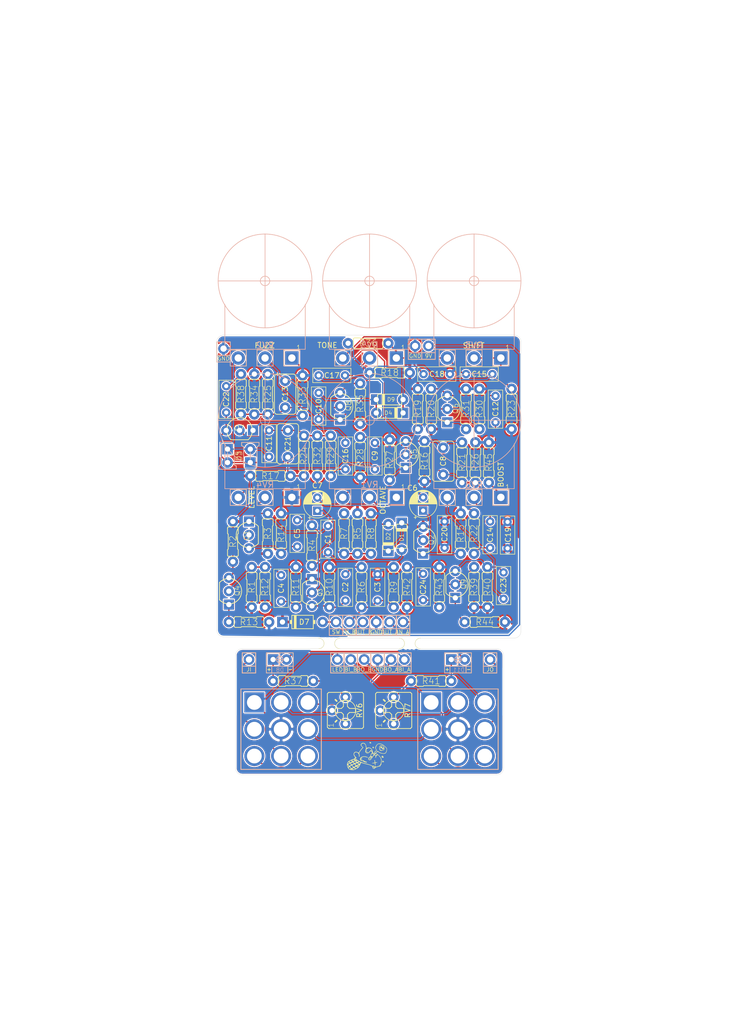
<source format=kicad_pcb>
(kicad_pcb (version 20171130) (host pcbnew "(5.1.8-0-10_14)")
  (layers (0 F.Cu signal) (31 B.Cu signal) (34 B.Paste user) (35 F.Paste user) (36 B.SilkS user) (37 F.SilkS user) (38 B.Mask user) (39 F.Mask user) (44 Edge.Cuts user))
  (net 0 "")
  (net 1 "Net-(C1-Pad2)")
  (net 2 "Net-(C1-Pad1)")
  (net 3 "Net-(C2-Pad2)")
  (net 4 "Net-(C2-Pad1)")
  (net 5 GND)
  (net 6 "Net-(C3-Pad1)")
  (net 7 "Net-(C4-Pad2)")
  (net 8 "Net-(C4-Pad1)")
  (net 9 "Net-(C5-Pad2)")
  (net 10 "Net-(C5-Pad1)")
  (net 11 "Net-(C6-Pad2)")
  (net 12 "Net-(C6-Pad1)")
  (net 13 "Net-(C7-Pad2)")
  (net 14 "Net-(C14-Pad1)")
  (net 15 "Net-(C8-Pad1)")
  (net 16 "Net-(C9-Pad1)")
  (net 17 "Net-(C10-Pad2)")
  (net 18 "Net-(C10-Pad1)")
  (net 19 "Net-(C11-Pad2)")
  (net 20 "Net-(C11-Pad1)")
  (net 21 "Net-(C12-Pad2)")
  (net 22 "Net-(C12-Pad1)")
  (net 23 "Net-(C13-Pad1)")
  (net 24 "Net-(C14-Pad2)")
  (net 25 "Net-(C15-Pad1)")
  (net 26 "Net-(C16-Pad2)")
  (net 27 "Net-(C16-Pad1)")
  (net 28 "Net-(C17-Pad2)")
  (net 29 "Net-(C17-Pad1)")
  (net 30 "Net-(C18-Pad1)")
  (net 31 9V)
  (net 32 "Net-(C21-Pad1)")
  (net 33 "Net-(C22-Pad1)")
  (net 34 "Net-(C23-Pad2)")
  (net 35 "Net-(C23-Pad1)")
  (net 36 "Net-(C24-Pad2)")
  (net 37 "Net-(C24-Pad1)")
  (net 38 "Net-(D7-Pad2)")
  (net 39 "Net-(D11-Pad2)")
  (net 40 "Net-(D8-Pad1)")
  (net 41 "Net-(D11-Pad1)")
  (net 42 "Net-(H3-Pad1)")
  (net 43 "Net-(H6-Pad1)")
  (net 44 "Net-(H7-Pad1)")
  (net 45 "Net-(H10-Pad1)")
  (net 46 GND2)
  (net 47 "Net-(H12-Pad1)")
  (net 48 "Net-(H15-Pad1)")
  (net 49 "Net-(H16-Pad1)")
  (net 50 "Net-(H17-Pad1)")
  (net 51 "Net-(Q1-Pad2)")
  (net 52 "Net-(Q4-Pad1)")
  (net 53 "Net-(Q5-Pad1)")
  (net 54 "Net-(Q6-Pad1)")
  (net 55 "Net-(Q8-Pad3)")
  (net 56 "Net-(Q9-Pad1)")
  (net 57 "Net-(R4-Pad2)")
  (net 58 OCT_MUFF)
  (net 59 "Net-(R23-Pad2)")
  (net 60 "Net-(R28-Pad1)")
  (net 61 "Net-(R37-Pad2)")
  (net 62 "Net-(R41-Pad2)")
  (net 63 "Net-(R45-Pad1)")
  (net 64 "Net-(RV6-Pad1)")
  (net 65 "Net-(RV7-Pad1)")
  (net 66 "Net-(S1-PadP$3)")
  (net 67 "Net-(S1-PadP$8)")
  (net 68 "Net-(S2-PadP$3)")
  (net 69 "Net-(D1-Pad1)")
  (net 70 "Net-(Q7-Pad1)")
  (module potentiometers:16MM_B.MOUNT (layer F.Cu) (at 100.584 166.37)
    (fp_text reference RV1 (at 0 -2.413) (layer B.SilkS) (effects (font (size 1.2065 1.2065) (thickness 0.1524)) (justify mirror)))
    (fp_text value OCTAVE (at 2.54 0.508 90) (layer F.SilkS))
    (fp_text user 1 (at 6.35 -2.032) (layer F.SilkS) (effects (font (size 0.77216 0.77216) (thickness 0.097536))))
    (pad 3 thru_hole oval (at -5.08 0 180) (size 2.54 2.54) (drill 1.4) (layers *.Cu *.Mask) (net 11 "Net-(C6-Pad2)"))
    (pad 2 thru_hole oval (at 0 0 180) (size 2.54 2.54) (drill 1.4) (layers *.Cu *.Mask) (net 58 OCT_MUFF))
    (pad 1 thru_hole rect (at 5.08 0 180) (size 2.54 2.54) (drill 1.4) (layers *.Cu *.Mask) (net 13 "Net-(C7-Pad2)"))
  )
  (module enclosures:DC_DRILL (layer F.Cu) (at 100.584 86.868)
    (fp_text reference "" (at 0 0) (layer F.SilkS) (effects (font (size 1.524 1.524))))
    (fp_text value "" (at 0 0) (layer F.SilkS) (effects (font (size 1.524 1.524))))
  )
  (module enclosures:LUMBURG_DRILL (layer F.Cu) (at 115.062 84.328)
    (fp_text reference JOUT4 hide)
    (fp_text value "" (at 0 0) (layer F.SilkS) (effects (font (size 0.75 0.75) (thickness 0.1))))
  )
  (module enclosures:LUMBURG_DRILL (layer F.Cu) (at 85.852 84.328)
    (fp_text reference JOUT4 hide)
    (fp_text value "" (at 0 0) (layer F.SilkS) (effects (font (size 0.75 0.75) (thickness 0.1))))
  )
  (module Panelization:mouse-bite-2mm-slot (layer F.Cu) (at 92.964 194.056)
    (fp_text reference mouse-bite-2mm-slot hide)
    (fp_text value VAL** hide)
    (pad "" np_thru_hole circle (at 0.75 0.75) (size 0.5 0.5) (drill 0.5) (layers *.Cu *.Mask))
    (pad "" np_thru_hole circle (at -0.75 0.75) (size 0.5 0.5) (drill 0.5) (layers *.Cu *.Mask))
    (pad "" np_thru_hole circle (at -0.75 -0.75) (size 0.5 0.5) (drill 0.5) (layers *.Cu *.Mask))
    (pad "" np_thru_hole circle (at 0.75 -0.75) (size 0.5 0.5) (drill 0.5) (layers *.Cu *.Mask))
    (pad "" np_thru_hole circle (at 0 0.75) (size 0.5 0.5) (drill 0.5) (layers *.Cu *.Mask))
    (pad "" np_thru_hole circle (at 0 -0.75) (size 0.5 0.5) (drill 0.5) (layers *.Cu *.Mask))
  )
  (module Panelization:mouse-bite-2mm-slot (layer F.Cu) (at 108.216 194.056)
    (fp_text reference mouse-bite-2mm-slot hide)
    (fp_text value VAL** hide)
    (pad "" np_thru_hole circle (at 0.75 0.75) (size 0.5 0.5) (drill 0.5) (layers *.Cu *.Mask))
    (pad "" np_thru_hole circle (at -0.75 0.75) (size 0.5 0.5) (drill 0.5) (layers *.Cu *.Mask))
    (pad "" np_thru_hole circle (at -0.75 -0.75) (size 0.5 0.5) (drill 0.5) (layers *.Cu *.Mask))
    (pad "" np_thru_hole circle (at 0.75 -0.75) (size 0.5 0.5) (drill 0.5) (layers *.Cu *.Mask))
    (pad "" np_thru_hole circle (at 0 0.75) (size 0.5 0.5) (drill 0.5) (layers *.Cu *.Mask))
    (pad "" np_thru_hole circle (at 0 -0.75) (size 0.5 0.5) (drill 0.5) (layers *.Cu *.Mask))
  )
  (module logo:beaver (layer F.Cu) (at 100.076 215.392)
    (fp_text reference G*** hide)
    (fp_text value LOGO hide)
  )
  (module enclosures:DC_TOP (layer F.Cu) (at 100.584 108.204)
    (fp_text reference Ref** hide)
    (fp_text value Val** hide)
  )
  (module enclosures:LOPRO_TOP (layer F.Cu) (at 85.852 112.522)
    (fp_text reference "" (at 0 0) (layer F.SilkS) (effects (font (size 1.524 1.524))))
    (fp_text value "" (at 0 0) (layer F.SilkS) (effects (font (size 1.524 1.524))))
  )
  (module enclosures:LOPRO_TOP (layer F.Cu) (at 115.316 112.776)
    (fp_text reference "" (at 0 0) (layer F.SilkS) (effects (font (size 1.524 1.524))))
    (fp_text value "" (at 0 0) (layer F.SilkS) (effects (font (size 1.524 1.524))))
  )
  (module switches:125B (layer F.Cu) (at 100.584 169.164)
    (fp_text reference "" (at 0 0) (layer F.SilkS) (effects (font (size 1.524 1.524))))
    (fp_text value "" (at 0 0) (layer F.SilkS) (effects (font (size 1.524 1.524))))
  )
  (module SparkFun-Electromechanical:3PDT.LUGS.SPF (layer F.Cu) (at 117.348 210.312)
    (fp_text reference S2 hide)
    (fp_text value SWITCH-3PDT hide)
    (pad P$1 thru_hole rect (at -5.08 -5.08 180) (size 3.816 3.816) (drill 2.8) (layers *.Cu *.Mask) (net 45 "Net-(H10-Pad1)"))
    (pad P$2 thru_hole oval (at -5.08 0 180) (size 3.816 3.816) (drill 2.8) (layers *.Cu *.Mask) (net 67 "Net-(S1-PadP$8)"))
    (pad P$3 thru_hole oval (at -5.08 5.08 180) (size 3.816 3.816) (drill 2.8) (layers *.Cu *.Mask) (net 68 "Net-(S2-PadP$3)"))
    (pad P$4 thru_hole oval (at 0 -5.08 180) (size 3.816 3.816) (drill 2.8) (layers *.Cu *.Mask) (net 65 "Net-(RV7-Pad1)"))
    (pad P$5 thru_hole oval (at 0 0 180) (size 3.816 3.816) (drill 2.8) (layers *.Cu *.Mask) (net 46 GND2))
    (pad P$6 thru_hole oval (at 0 5.08 180) (size 3.816 3.816) (drill 2.8) (layers *.Cu *.Mask) (net 45 "Net-(H10-Pad1)"))
    (pad P$7 thru_hole oval (at 5.08 -5.08 180) (size 3.816 3.816) (drill 2.8) (layers *.Cu *.Mask) (net 49 "Net-(H16-Pad1)"))
    (pad P$8 thru_hole oval (at 5.08 0 180) (size 3.816 3.816) (drill 2.8) (layers *.Cu *.Mask) (net 50 "Net-(H17-Pad1)"))
    (pad P$9 thru_hole oval (at 5.08 5.08 180) (size 3.816 3.816) (drill 2.8) (layers *.Cu *.Mask) (net 68 "Net-(S2-PadP$3)"))
  )
  (module SparkFun-Electromechanical:3PDT.LUGS.SPF (layer F.Cu) (at 83.82 210.312)
    (fp_text reference S1 hide)
    (fp_text value SWITCH-3PDT hide)
    (pad P$1 thru_hole rect (at -5.08 -5.08 180) (size 3.816 3.816) (drill 2.8) (layers *.Cu *.Mask) (net 43 "Net-(H6-Pad1)"))
    (pad P$2 thru_hole oval (at -5.08 0 180) (size 3.816 3.816) (drill 2.8) (layers *.Cu *.Mask) (net 44 "Net-(H7-Pad1)"))
    (pad P$3 thru_hole oval (at -5.08 5.08 180) (size 3.816 3.816) (drill 2.8) (layers *.Cu *.Mask) (net 66 "Net-(S1-PadP$3)"))
    (pad P$4 thru_hole oval (at 0 -5.08 180) (size 3.816 3.816) (drill 2.8) (layers *.Cu *.Mask) (net 64 "Net-(RV6-Pad1)"))
    (pad P$5 thru_hole oval (at 0 0 180) (size 3.816 3.816) (drill 2.8) (layers *.Cu *.Mask) (net 46 GND2))
    (pad P$6 thru_hole oval (at 0 5.08 180) (size 3.816 3.816) (drill 2.8) (layers *.Cu *.Mask) (net 43 "Net-(H6-Pad1)"))
    (pad P$7 thru_hole oval (at 5.08 -5.08 180) (size 3.816 3.816) (drill 2.8) (layers *.Cu *.Mask) (net 47 "Net-(H12-Pad1)"))
    (pad P$8 thru_hole oval (at 5.08 0 180) (size 3.816 3.816) (drill 2.8) (layers *.Cu *.Mask) (net 67 "Net-(S1-PadP$8)"))
    (pad P$9 thru_hole oval (at 5.08 5.08 180) (size 3.816 3.816) (drill 2.8) (layers *.Cu *.Mask) (net 66 "Net-(S1-PadP$3)"))
  )
  (module potentiometers:16MM_B.MOUNT (layer F.Cu) (at 120.396 166.37)
    (fp_text reference RV8 (at 0 -2.413) (layer B.SilkS) (effects (font (size 1.2065 1.2065) (thickness 0.1524)) (justify mirror)))
    (fp_text value BOOST (at 5.08 -4.318 90) (layer F.SilkS))
    (fp_text user 1 (at 6.35 -2.032) (layer F.SilkS) (effects (font (size 0.77216 0.77216) (thickness 0.097536))))
    (pad 3 thru_hole oval (at -5.08 0 180) (size 2.54 2.54) (drill 1.4) (layers *.Cu *.Mask) (net 35 "Net-(C23-Pad1)"))
    (pad 2 thru_hole oval (at 0 0 180) (size 2.54 2.54) (drill 1.4) (layers *.Cu *.Mask) (net 48 "Net-(H15-Pad1)"))
    (pad 1 thru_hole rect (at 5.08 0 180) (size 2.54 2.54) (drill 1.4) (layers *.Cu *.Mask) (net 63 "Net-(R45-Pad1)"))
  )
  (module potentiometers:TRIM1 (layer F.Cu) (at 105.156 206.756 90)
    (fp_text reference RV7 (at 0 2.667 90) (layer F.SilkS))
    (fp_text value "BRIGHTNESS 5K" hide)
    (fp_text user 1 (at -3.302 -2.159 90) (layer F.SilkS) (effects (font (size 0.9652 0.9652) (thickness 0.08128)) (justify left bottom)))
    (pad 3 thru_hole oval (at 2.54 0 90) (size 1.9304 1.9304) (drill 1) (layers *.Cu *.Mask) (net 62 "Net-(R41-Pad2)"))
    (pad 2 thru_hole oval (at 0 -2.54 90) (size 1.9304 1.9304) (drill 1) (layers *.Cu *.Mask) (net 65 "Net-(RV7-Pad1)"))
    (pad 1 thru_hole oval (at -2.54 0 90) (size 1.9304 1.9304) (drill 1) (layers *.Cu *.Mask) (net 65 "Net-(RV7-Pad1)"))
  )
  (module potentiometers:TRIM1 (layer F.Cu) (at 96.012 206.756 90)
    (fp_text reference RV6 (at 0 2.667 90) (layer F.SilkS))
    (fp_text value "BRIGHTNESS 5K" hide)
    (fp_text user 1 (at -3.302 -2.159 90) (layer F.SilkS) (effects (font (size 0.9652 0.9652) (thickness 0.08128)) (justify left bottom)))
    (pad 3 thru_hole oval (at 2.54 0 90) (size 1.9304 1.9304) (drill 1) (layers *.Cu *.Mask) (net 61 "Net-(R37-Pad2)"))
    (pad 2 thru_hole oval (at 0 -2.54 90) (size 1.9304 1.9304) (drill 1) (layers *.Cu *.Mask) (net 64 "Net-(RV6-Pad1)"))
    (pad 1 thru_hole oval (at -2.54 0 90) (size 1.9304 1.9304) (drill 1) (layers *.Cu *.Mask) (net 64 "Net-(RV6-Pad1)"))
  )
  (module potentiometers:16MM_B.MOUNT (layer F.Cu) (at 100.584 139.954)
    (fp_text reference RV5 (at 0 -2.413) (layer B.SilkS) (effects (font (size 1.2065 1.2065) (thickness 0.1524)) (justify mirror)))
    (fp_text value TONE (at -8.001 -2.413 180) (layer F.SilkS))
    (fp_text user 1 (at 6.35 -2.032) (layer F.SilkS) (effects (font (size 0.77216 0.77216) (thickness 0.097536))))
    (pad 3 thru_hole oval (at -5.08 0 180) (size 2.54 2.54) (drill 1.4) (layers *.Cu *.Mask) (net 25 "Net-(C15-Pad1)"))
    (pad 2 thru_hole oval (at 0 0 180) (size 2.54 2.54) (drill 1.4) (layers *.Cu *.Mask) (net 28 "Net-(C17-Pad2)"))
    (pad 1 thru_hole rect (at 5.08 0 180) (size 2.54 2.54) (drill 1.4) (layers *.Cu *.Mask) (net 30 "Net-(C18-Pad1)"))
  )
  (module potentiometers:16MM_B.MOUNT (layer F.Cu) (at 80.772 166.37)
    (fp_text reference RV4 (at 0 -2.413) (layer B.SilkS) (effects (font (size 1.2065 1.2065) (thickness 0.1524)) (justify mirror)))
    (fp_text value LEVEL (at -2.54 0 90) (layer F.SilkS))
    (fp_text user 1 (at 6.35 -2.032) (layer F.SilkS) (effects (font (size 0.77216 0.77216) (thickness 0.097536))))
    (pad 3 thru_hole oval (at -5.08 0 180) (size 2.54 2.54) (drill 1.4) (layers *.Cu *.Mask) (net 22 "Net-(C12-Pad1)"))
    (pad 2 thru_hole oval (at 0 0 180) (size 2.54 2.54) (drill 1.4) (layers *.Cu *.Mask) (net 42 "Net-(H3-Pad1)"))
    (pad 1 thru_hole rect (at 5.08 0 180) (size 2.54 2.54) (drill 1.4) (layers *.Cu *.Mask) (net 5 GND))
  )
  (module potentiometers:16MM_B.MOUNT (layer F.Cu) (at 120.396 139.954)
    (fp_text reference RV3 (at 0 -2.413) (layer B.SilkS) (effects (font (size 1.2065 1.2065) (thickness 0.1524)) (justify mirror)))
    (fp_text value SHIFT (at -0.0635 -2.3495) (layer F.SilkS))
    (fp_text user 1 (at 6.35 -2.032) (layer F.SilkS) (effects (font (size 0.77216 0.77216) (thickness 0.097536))))
    (pad 3 thru_hole oval (at -5.08 0 180) (size 2.54 2.54) (drill 1.4) (layers *.Cu *.Mask) (net 25 "Net-(C15-Pad1)"))
    (pad 2 thru_hole oval (at 0 0 180) (size 2.54 2.54) (drill 1.4) (layers *.Cu *.Mask) (net 59 "Net-(R23-Pad2)"))
    (pad 1 thru_hole rect (at 5.08 0 180) (size 2.54 2.54) (drill 1.4) (layers *.Cu *.Mask) (net 59 "Net-(R23-Pad2)"))
  )
  (module potentiometers:16MM_B.MOUNT (layer F.Cu) (at 80.772 139.954)
    (fp_text reference RV2 (at 0 -2.413) (layer B.SilkS) (effects (font (size 1.2065 1.2065) (thickness 0.1524)) (justify mirror)))
    (fp_text value FUZZ (at -0.0635 -2.3495) (layer F.SilkS))
    (fp_text user 1 (at 6.35 -2.032) (layer F.SilkS) (effects (font (size 0.77216 0.77216) (thickness 0.097536))))
    (pad 3 thru_hole oval (at -5.08 0 180) (size 2.54 2.54) (drill 1.4) (layers *.Cu *.Mask) (net 16 "Net-(C9-Pad1)"))
    (pad 2 thru_hole oval (at 0 0 180) (size 2.54 2.54) (drill 1.4) (layers *.Cu *.Mask) (net 26 "Net-(C16-Pad2)"))
    (pad 1 thru_hole rect (at 5.08 0 180) (size 2.54 2.54) (drill 1.4) (layers *.Cu *.Mask) (net 60 "Net-(R28-Pad1)"))
  )
  (module resistors:0.3%22.B (layer F.Cu) (at 123.19 159.766 90)
    (fp_text reference R45 (at 0 0 90) (layer F.SilkS) (effects (font (size 1.2065 1.2065) (thickness 0.1016))))
    (fp_text value 10K hide)
    (pad 2 thru_hole oval (at 3.81 0 90) (size 2 2) (drill 1) (layers *.Cu *.Mask) (net 5 GND))
    (pad 1 thru_hole oval (at -3.81 0 90) (size 2 2) (drill 1) (layers *.Cu *.Mask) (net 63 "Net-(R45-Pad1)"))
  )
  (module resistors:0.3%22.B (layer F.Cu) (at 122.428 189.992)
    (fp_text reference R44 (at 0 0) (layer F.SilkS) (effects (font (size 1.2065 1.2065) (thickness 0.1016))))
    (fp_text value 390R hide)
    (pad 2 thru_hole oval (at 3.81 0) (size 2 2) (drill 1) (layers *.Cu *.Mask) (net 5 GND))
    (pad 1 thru_hole oval (at -3.81 0) (size 2 2) (drill 1) (layers *.Cu *.Mask) (net 56 "Net-(Q9-Pad1)"))
  )
  (module resistors:0.3%22.B (layer F.Cu) (at 113.792 183.388 90)
    (fp_text reference R43 (at 0 0 90) (layer F.SilkS) (effects (font (size 1.2065 1.2065) (thickness 0.1016))))
    (fp_text value 47K hide)
    (pad 2 thru_hole oval (at 3.81 0 90) (size 2 2) (drill 1) (layers *.Cu *.Mask) (net 5 GND))
    (pad 1 thru_hole oval (at -3.81 0 90) (size 2 2) (drill 1) (layers *.Cu *.Mask) (net 37 "Net-(C24-Pad1)"))
  )
  (module resistors:0.3%22.B (layer F.Cu) (at 107.696 183.388 270)
    (fp_text reference R42 (at 0 0 90) (layer F.SilkS) (effects (font (size 1.2065 1.2065) (thickness 0.1016))))
    (fp_text value 1M hide)
    (pad 2 thru_hole oval (at 3.81 0 270) (size 2 2) (drill 1) (layers *.Cu *.Mask) (net 5 GND))
    (pad 1 thru_hole oval (at -3.81 0 270) (size 2 2) (drill 1) (layers *.Cu *.Mask) (net 36 "Net-(C24-Pad2)"))
  )
  (module resistors:0.3%22.B (layer F.Cu) (at 112.268 201.168 180)
    (fp_text reference R41 (at 0 0) (layer F.SilkS) (effects (font (size 1.2065 1.2065) (thickness 0.1016))))
    (fp_text value 1K hide)
    (pad 2 thru_hole oval (at 3.81 0 180) (size 2 2) (drill 1) (layers *.Cu *.Mask) (net 62 "Net-(R41-Pad2)"))
    (pad 1 thru_hole oval (at -3.81 0 180) (size 2 2) (drill 1) (layers *.Cu *.Mask) (net 41 "Net-(D11-Pad1)"))
  )
  (module resistors:0.3%22.B (layer F.Cu) (at 122.936 183.388 90)
    (fp_text reference R40 (at 0 0 90) (layer F.SilkS) (effects (font (size 1.2065 1.2065) (thickness 0.1016))))
    (fp_text value 10K hide)
    (pad 2 thru_hole oval (at 3.81 0 90) (size 2 2) (drill 1) (layers *.Cu *.Mask) (net 34 "Net-(C23-Pad2)"))
    (pad 1 thru_hole oval (at -3.81 0 90) (size 2 2) (drill 1) (layers *.Cu *.Mask) (net 31 9V))
  )
  (module resistors:0.3%22.B (layer F.Cu) (at 120.396 183.388 90)
    (fp_text reference R39 (at 0 0 90) (layer F.SilkS) (effects (font (size 1.2065 1.2065) (thickness 0.1016))))
    (fp_text value 470K hide)
    (pad 2 thru_hole oval (at 3.81 0 90) (size 2 2) (drill 1) (layers *.Cu *.Mask) (net 37 "Net-(C24-Pad1)"))
    (pad 1 thru_hole oval (at -3.81 0 90) (size 2 2) (drill 1) (layers *.Cu *.Mask) (net 31 9V))
  )
  (module resistors:0.3%22.B (layer F.Cu) (at 76.2 146.812 90)
    (fp_text reference R38 (at 0 0 90) (layer F.SilkS) (effects (font (size 1.2065 1.2065) (thickness 0.1016))))
    (fp_text value 10K hide)
    (pad 2 thru_hole oval (at 3.81 0 90) (size 2 2) (drill 1) (layers *.Cu *.Mask) (net 33 "Net-(C22-Pad1)"))
    (pad 1 thru_hole oval (at -3.81 0 90) (size 2 2) (drill 1) (layers *.Cu *.Mask) (net 17 "Net-(C10-Pad2)"))
  )
  (module resistors:0.3%22.B (layer F.Cu) (at 86.106 201.168)
    (fp_text reference R37 (at 0 0) (layer F.SilkS) (effects (font (size 1.2065 1.2065) (thickness 0.1016))))
    (fp_text value 1K hide)
    (pad 2 thru_hole oval (at 3.81 0) (size 2 2) (drill 1) (layers *.Cu *.Mask) (net 61 "Net-(R37-Pad2)"))
    (pad 1 thru_hole oval (at -3.81 0) (size 2 2) (drill 1) (layers *.Cu *.Mask) (net 40 "Net-(D8-Pad1)"))
  )
  (module resistors:0.3%22.B (layer F.Cu) (at 100.33 137.16 180)
    (fp_text reference R36 (at 0 0) (layer F.SilkS) (effects (font (size 1.2065 1.2065) (thickness 0.1016))))
    (fp_text value 39K hide)
    (pad 2 thru_hole oval (at 3.81 0 180) (size 2 2) (drill 1) (layers *.Cu *.Mask) (net 23 "Net-(C13-Pad1)"))
    (pad 1 thru_hole oval (at -3.81 0 180) (size 2 2) (drill 1) (layers *.Cu *.Mask) (net 30 "Net-(C18-Pad1)"))
  )
  (module resistors:0.3%22.B (layer F.Cu) (at 98.806 148.59 270)
    (fp_text reference R35 (at 0 0 90) (layer F.SilkS) (effects (font (size 1.2065 1.2065) (thickness 0.1016))))
    (fp_text value 150R hide)
    (pad 2 thru_hole oval (at 3.81 0 270) (size 2 2) (drill 1) (layers *.Cu *.Mask) (net 5 GND))
    (pad 1 thru_hole oval (at -3.81 0 270) (size 2 2) (drill 1) (layers *.Cu *.Mask) (net 55 "Net-(Q8-Pad3)"))
  )
  (module resistors:0.3%22.B (layer F.Cu) (at 78.74 146.812 90)
    (fp_text reference R34 (at 0 0 90) (layer F.SilkS) (effects (font (size 1.2065 1.2065) (thickness 0.1016))))
    (fp_text value 100K hide)
    (pad 2 thru_hole oval (at 3.81 0 90) (size 2 2) (drill 1) (layers *.Cu *.Mask) (net 5 GND))
    (pad 1 thru_hole oval (at -3.81 0 90) (size 2 2) (drill 1) (layers *.Cu *.Mask) (net 17 "Net-(C10-Pad2)"))
  )
  (module resistors:0.3%22.B (layer F.Cu) (at 87.884 147.066 90)
    (fp_text reference R33 (at 0 0 90) (layer F.SilkS) (effects (font (size 1.2065 1.2065) (thickness 0.1016))))
    (fp_text value 150R hide)
    (pad 2 thru_hole oval (at 3.81 0 90) (size 2 2) (drill 1) (layers *.Cu *.Mask) (net 5 GND))
    (pad 1 thru_hole oval (at -3.81 0 90) (size 2 2) (drill 1) (layers *.Cu *.Mask) (net 70 "Net-(Q7-Pad1)"))
  )
  (module resistors:0.3%22.B (layer F.Cu) (at 90.678 158.496 270)
    (fp_text reference R32 (at 0 0 90) (layer F.SilkS) (effects (font (size 1.2065 1.2065) (thickness 0.1016))))
    (fp_text value 100K hide)
    (pad 2 thru_hole oval (at 3.81 0 270) (size 2 2) (drill 1) (layers *.Cu *.Mask) (net 5 GND))
    (pad 1 thru_hole oval (at -3.81 0 270) (size 2 2) (drill 1) (layers *.Cu *.Mask) (net 19 "Net-(C11-Pad2)"))
  )
  (module resistors:0.3%22.B (layer F.Cu) (at 118.872 149.606 90)
    (fp_text reference R31 (at 0 0 90) (layer F.SilkS) (effects (font (size 1.2065 1.2065) (thickness 0.1016))))
    (fp_text value 2K7 hide)
    (pad 2 thru_hole oval (at 3.81 0 90) (size 2 2) (drill 1) (layers *.Cu *.Mask) (net 5 GND))
    (pad 1 thru_hole oval (at -3.81 0 90) (size 2 2) (drill 1) (layers *.Cu *.Mask) (net 54 "Net-(Q6-Pad1)"))
  )
  (module resistors:0.3%22.B (layer F.Cu) (at 121.412 149.606 90)
    (fp_text reference R30 (at 0 0 90) (layer F.SilkS) (effects (font (size 1.2065 1.2065) (thickness 0.1016))))
    (fp_text value 100K hide)
    (pad 2 thru_hole oval (at 3.81 0 90) (size 2 2) (drill 1) (layers *.Cu *.Mask) (net 5 GND))
    (pad 1 thru_hole oval (at -3.81 0 90) (size 2 2) (drill 1) (layers *.Cu *.Mask) (net 29 "Net-(C17-Pad1)"))
  )
  (module resistors:0.3%22.B (layer F.Cu) (at 93.218 158.496 270)
    (fp_text reference R29 (at 0 0 90) (layer F.SilkS) (effects (font (size 1.2065 1.2065) (thickness 0.1016))))
    (fp_text value 10K hide)
    (pad 2 thru_hole oval (at 3.81 0 270) (size 2 2) (drill 1) (layers *.Cu *.Mask) (net 27 "Net-(C16-Pad1)"))
    (pad 1 thru_hole oval (at -3.81 0 270) (size 2 2) (drill 1) (layers *.Cu *.Mask) (net 19 "Net-(C11-Pad2)"))
  )
  (module resistors:0.3%22.B (layer F.Cu) (at 98.806 158.75 270)
    (fp_text reference R28 (at 0.096495 0 90) (layer F.SilkS) (effects (font (size 1.2065 1.2065) (thickness 0.1016))))
    (fp_text value 1K hide)
    (pad 2 thru_hole oval (at 3.81 0 270) (size 2 2) (drill 1) (layers *.Cu *.Mask) (net 5 GND))
    (pad 1 thru_hole oval (at -3.81 0 270) (size 2 2) (drill 1) (layers *.Cu *.Mask) (net 60 "Net-(R28-Pad1)"))
  )
  (module resistors:0.3%22.B (layer F.Cu) (at 104.394 159.258 90)
    (fp_text reference R27 (at 0 0 90) (layer F.SilkS) (effects (font (size 1.2065 1.2065) (thickness 0.1016))))
    (fp_text value 120R hide)
    (pad 2 thru_hole oval (at 3.81 0 90) (size 2 2) (drill 1) (layers *.Cu *.Mask) (net 5 GND))
    (pad 1 thru_hole oval (at -3.81 0 90) (size 2 2) (drill 1) (layers *.Cu *.Mask) (net 53 "Net-(Q5-Pad1)"))
  )
  (module resistors:0.3%22.B (layer F.Cu) (at 120.65 159.766 90)
    (fp_text reference R26 (at 0 0 90) (layer F.SilkS) (effects (font (size 1.2065 1.2065) (thickness 0.1016))))
    (fp_text value 47K hide)
    (pad 2 thru_hole oval (at 3.81 0 90) (size 2 2) (drill 1) (layers *.Cu *.Mask) (net 5 GND))
    (pad 1 thru_hole oval (at -3.81 0 90) (size 2 2) (drill 1) (layers *.Cu *.Mask) (net 14 "Net-(C14-Pad1)"))
  )
  (module resistors:0.3%22.B (layer F.Cu) (at 81.28 146.812 270)
    (fp_text reference R25 (at 0 0 90) (layer F.SilkS) (effects (font (size 1.2065 1.2065) (thickness 0.1016))))
    (fp_text value 470K hide)
    (pad 2 thru_hole oval (at 3.81 0 270) (size 2 2) (drill 1) (layers *.Cu *.Mask) (net 17 "Net-(C10-Pad2)"))
    (pad 1 thru_hole oval (at -3.81 0 270) (size 2 2) (drill 1) (layers *.Cu *.Mask) (net 23 "Net-(C13-Pad1)"))
  )
  (module resistors:0.3%22.B (layer F.Cu) (at 88.138 158.496 90)
    (fp_text reference R24 (at 0 0 90) (layer F.SilkS) (effects (font (size 1.2065 1.2065) (thickness 0.1016))))
    (fp_text value 470K hide)
    (pad 2 thru_hole oval (at 3.81 0 90) (size 2 2) (drill 1) (layers *.Cu *.Mask) (net 19 "Net-(C11-Pad2)"))
    (pad 1 thru_hole oval (at -3.81 0 90) (size 2 2) (drill 1) (layers *.Cu *.Mask) (net 32 "Net-(C21-Pad1)"))
  )
  (module resistors:0.3%22.B (layer F.Cu) (at 127.508 149.606 90)
    (fp_text reference R23 (at 0 0 90) (layer F.SilkS) (effects (font (size 1.2065 1.2065) (thickness 0.1016))))
    (fp_text value 2K2 hide)
    (pad 2 thru_hole oval (at 3.81 0 90) (size 2 2) (drill 1) (layers *.Cu *.Mask) (net 59 "Net-(R23-Pad2)"))
    (pad 1 thru_hole oval (at -3.81 0 90) (size 2 2) (drill 1) (layers *.Cu *.Mask) (net 5 GND))
  )
  (module resistors:0.3%22.B (layer F.Cu) (at 120.396 173.228 90)
    (fp_text reference R22 (at 0 0 90) (layer F.SilkS) (effects (font (size 1.2065 1.2065) (thickness 0.1016))))
    (fp_text value 33K hide)
    (pad 2 thru_hole oval (at 3.81 0 90) (size 2 2) (drill 1) (layers *.Cu *.Mask) (net 58 OCT_MUFF))
    (pad 1 thru_hole oval (at -3.81 0 90) (size 2 2) (drill 1) (layers *.Cu *.Mask) (net 24 "Net-(C14-Pad2)"))
  )
  (module resistors:0.3%22.B (layer F.Cu) (at 118.11 159.766 270)
    (fp_text reference R21 (at 0 0 90) (layer F.SilkS) (effects (font (size 1.2065 1.2065) (thickness 0.1016))))
    (fp_text value 470K hide)
    (pad 2 thru_hole oval (at 3.81 0 270) (size 2 2) (drill 1) (layers *.Cu *.Mask) (net 14 "Net-(C14-Pad1)"))
    (pad 1 thru_hole oval (at -3.81 0 270) (size 2 2) (drill 1) (layers *.Cu *.Mask) (net 15 "Net-(C8-Pad1)"))
  )
  (module resistors:0.3%22.B (layer F.Cu) (at 112.268 149.606 90)
    (fp_text reference R20 (at 0 0 90) (layer F.SilkS) (effects (font (size 1.2065 1.2065) (thickness 0.1016))))
    (fp_text value 10K hide)
    (pad 2 thru_hole oval (at 3.81 0 90) (size 2 2) (drill 1) (layers *.Cu *.Mask) (net 21 "Net-(C12-Pad2)"))
    (pad 1 thru_hole oval (at -3.81 0 90) (size 2 2) (drill 1) (layers *.Cu *.Mask) (net 31 9V))
  )
  (module resistors:0.3%22.B (layer F.Cu) (at 109.728 149.606 270)
    (fp_text reference R19 (at 0 0 90) (layer F.SilkS) (effects (font (size 1.2065 1.2065) (thickness 0.1016))))
    (fp_text value 470K hide)
    (pad 2 thru_hole oval (at 3.81 0 270) (size 2 2) (drill 1) (layers *.Cu *.Mask) (net 29 "Net-(C17-Pad1)"))
    (pad 1 thru_hole oval (at -3.81 0 270) (size 2 2) (drill 1) (layers *.Cu *.Mask) (net 31 9V))
  )
  (module resistors:0.3%22.B (layer F.Cu) (at 104.394 142.748 180)
    (fp_text reference R18 (at 0 0) (layer F.SilkS) (effects (font (size 1.2065 1.2065) (thickness 0.1016))))
    (fp_text value 15K hide)
    (pad 2 thru_hole oval (at 3.81 0 180) (size 2 2) (drill 1) (layers *.Cu *.Mask) (net 23 "Net-(C13-Pad1)"))
    (pad 1 thru_hole oval (at -3.81 0 180) (size 2 2) (drill 1) (layers *.Cu *.Mask) (net 31 9V))
  )
  (module resistors:0.3%22.B (layer F.Cu) (at 81.788 162.306)
    (fp_text reference R17 (at 0 0) (layer F.SilkS) (effects (font (size 1.2065 1.2065) (thickness 0.1016))))
    (fp_text value 10K hide)
    (pad 2 thru_hole oval (at 3.81 0) (size 2 2) (drill 1) (layers *.Cu *.Mask) (net 32 "Net-(C21-Pad1)"))
    (pad 1 thru_hole oval (at -3.81 0) (size 2 2) (drill 1) (layers *.Cu *.Mask) (net 31 9V))
  )
  (module resistors:0.3%22.B (layer F.Cu) (at 110.998 159.512 90)
    (fp_text reference R16 (at 0 0 90) (layer F.SilkS) (effects (font (size 1.2065 1.2065) (thickness 0.1016))))
    (fp_text value 10K hide)
    (pad 2 thru_hole oval (at 3.81 0 90) (size 2 2) (drill 1) (layers *.Cu *.Mask) (net 15 "Net-(C8-Pad1)"))
    (pad 1 thru_hole oval (at -3.81 0 90) (size 2 2) (drill 1) (layers *.Cu *.Mask) (net 31 9V))
  )
  (module resistors:0.3%22.B (layer F.Cu) (at 117.856 173.228 90)
    (fp_text reference R15 (at 0 0 90) (layer F.SilkS) (effects (font (size 1.2065 1.2065) (thickness 0.1016))))
    (fp_text value 10K hide)
    (pad 2 thru_hole oval (at 3.81 0 90) (size 2 2) (drill 1) (layers *.Cu *.Mask) (net 5 GND))
    (pad 1 thru_hole oval (at -3.81 0 90) (size 2 2) (drill 1) (layers *.Cu *.Mask) (net 12 "Net-(C6-Pad1)"))
  )
  (module resistors:0.3%22.B (layer F.Cu) (at 83.82 173.228 90)
    (fp_text reference R14 (at 0 0 90) (layer F.SilkS) (effects (font (size 1.2065 1.2065) (thickness 0.1016))))
    (fp_text value 10K hide)
    (pad 2 thru_hole oval (at 3.81 0 90) (size 2 2) (drill 1) (layers *.Cu *.Mask) (net 5 GND))
    (pad 1 thru_hole oval (at -3.81 0 90) (size 2 2) (drill 1) (layers *.Cu *.Mask) (net 9 "Net-(C5-Pad2)"))
  )
  (module resistors:0.3%22.B (layer F.Cu) (at 77.724 189.992)
    (fp_text reference R13 (at 0 0) (layer F.SilkS) (effects (font (size 1.2065 1.2065) (thickness 0.1016))))
    (fp_text value 2K2 hide)
    (pad 2 thru_hole oval (at 3.81 0) (size 2 2) (drill 1) (layers *.Cu *.Mask) (net 5 GND))
    (pad 1 thru_hole oval (at -3.81 0) (size 2 2) (drill 1) (layers *.Cu *.Mask) (net 52 "Net-(Q4-Pad1)"))
  )
  (module resistors:0.3%22.B (layer F.Cu) (at 80.772 183.388 270)
    (fp_text reference R12 (at 0 0 90) (layer F.SilkS) (effects (font (size 1.2065 1.2065) (thickness 0.1016))))
    (fp_text value 47K hide)
    (pad 2 thru_hole oval (at 3.81 0 270) (size 2 2) (drill 1) (layers *.Cu *.Mask) (net 5 GND))
    (pad 1 thru_hole oval (at -3.81 0 270) (size 2 2) (drill 1) (layers *.Cu *.Mask) (net 8 "Net-(C4-Pad1)"))
  )
  (module resistors:0.3%22.B (layer F.Cu) (at 86.614 183.388 90)
    (fp_text reference R11 (at 0 0 90) (layer F.SilkS) (effects (font (size 1.2065 1.2065) (thickness 0.1016))))
    (fp_text value 10K hide)
    (pad 2 thru_hole oval (at 3.81 0 90) (size 2 2) (drill 1) (layers *.Cu *.Mask) (net 5 GND))
    (pad 1 thru_hole oval (at -3.81 0 90) (size 2 2) (drill 1) (layers *.Cu *.Mask) (net 7 "Net-(C4-Pad2)"))
  )
  (module resistors:0.3%22.B (layer F.Cu) (at 92.964 183.388 90)
    (fp_text reference R10 (at 0 0 90) (layer F.SilkS) (effects (font (size 1.2065 1.2065) (thickness 0.1016))))
    (fp_text value 10K hide)
    (pad 2 thru_hole oval (at 3.81 0 90) (size 2 2) (drill 1) (layers *.Cu *.Mask) (net 5 GND))
    (pad 1 thru_hole oval (at -3.81 0 90) (size 2 2) (drill 1) (layers *.Cu *.Mask) (net 4 "Net-(C2-Pad1)"))
  )
  (module resistors:0.3%22.B (layer F.Cu) (at 105.156 183.388 90)
    (fp_text reference R9 (at 0 0 90) (layer F.SilkS) (effects (font (size 1.2065 1.2065) (thickness 0.1016))))
    (fp_text value 10K hide)
    (pad 2 thru_hole oval (at 3.81 0 90) (size 2 2) (drill 1) (layers *.Cu *.Mask) (net 5 GND))
    (pad 1 thru_hole oval (at -3.81 0 90) (size 2 2) (drill 1) (layers *.Cu *.Mask) (net 6 "Net-(C3-Pad1)"))
  )
  (module resistors:0.3%22.B (layer F.Cu) (at 100.838 173.228 90)
    (fp_text reference R8 (at 0 0 90) (layer F.SilkS) (effects (font (size 1.2065 1.2065) (thickness 0.1016))))
    (fp_text value 47K hide)
    (pad 2 thru_hole oval (at 3.81 0 90) (size 2 2) (drill 1) (layers *.Cu *.Mask) (net 5 GND))
    (pad 1 thru_hole oval (at -3.81 0 90) (size 2 2) (drill 1) (layers *.Cu *.Mask) (net 57 "Net-(R4-Pad2)"))
  )
  (module resistors:0.3%22.B (layer F.Cu) (at 95.758 173.228 90)
    (fp_text reference R7 (at 0 0 90) (layer F.SilkS) (effects (font (size 1.2065 1.2065) (thickness 0.1016))))
    (fp_text value 100K hide)
    (pad 2 thru_hole oval (at 3.81 0 90) (size 2 2) (drill 1) (layers *.Cu *.Mask) (net 10 "Net-(C5-Pad1)"))
    (pad 1 thru_hole oval (at -3.81 0 90) (size 2 2) (drill 1) (layers *.Cu *.Mask) (net 57 "Net-(R4-Pad2)"))
  )
  (module resistors:0.3%22.B (layer F.Cu) (at 99.06 183.388 270)
    (fp_text reference R6 (at 0 0 90) (layer F.SilkS) (effects (font (size 1.2065 1.2065) (thickness 0.1016))))
    (fp_text value 10K hide)
    (pad 2 thru_hole oval (at 3.81 0 270) (size 2 2) (drill 1) (layers *.Cu *.Mask) (net 6 "Net-(C3-Pad1)"))
    (pad 1 thru_hole oval (at -3.81 0 270) (size 2 2) (drill 1) (layers *.Cu *.Mask) (net 3 "Net-(C2-Pad2)"))
  )
  (module resistors:0.3%22.B (layer F.Cu) (at 98.298 173.228 270)
    (fp_text reference R5 (at 0 0 90) (layer F.SilkS) (effects (font (size 1.2065 1.2065) (thickness 0.1016))))
    (fp_text value 47K hide)
    (pad 2 thru_hole oval (at 3.81 0 270) (size 2 2) (drill 1) (layers *.Cu *.Mask) (net 57 "Net-(R4-Pad2)"))
    (pad 1 thru_hole oval (at -3.81 0 270) (size 2 2) (drill 1) (layers *.Cu *.Mask) (net 31 9V))
  )
  (module resistors:0.3%22.B (layer F.Cu) (at 89.662 175.514 90)
    (fp_text reference R4 (at 0 0 90) (layer F.SilkS) (effects (font (size 1.2065 1.2065) (thickness 0.1016))))
    (fp_text value 100K hide)
    (pad 2 thru_hole oval (at 3.81 0 90) (size 2 2) (drill 1) (layers *.Cu *.Mask) (net 57 "Net-(R4-Pad2)"))
    (pad 1 thru_hole oval (at -3.81 0 90) (size 2 2) (drill 1) (layers *.Cu *.Mask) (net 2 "Net-(C1-Pad1)"))
  )
  (module resistors:0.3%22.B (layer F.Cu) (at 81.28 173.228 90)
    (fp_text reference R3 (at 0 0 90) (layer F.SilkS) (effects (font (size 1.2065 1.2065) (thickness 0.1016))))
    (fp_text value 10K hide)
    (pad 2 thru_hole oval (at 3.81 0 90) (size 2 2) (drill 1) (layers *.Cu *.Mask) (net 1 "Net-(C1-Pad2)"))
    (pad 1 thru_hole oval (at -3.81 0 90) (size 2 2) (drill 1) (layers *.Cu *.Mask) (net 31 9V))
  )
  (module resistors:0.3%22.B (layer F.Cu) (at 74.676 174.752 270)
    (fp_text reference R2 (at 0 0 90) (layer F.SilkS) (effects (font (size 1.2065 1.2065) (thickness 0.1016))))
    (fp_text value 22K hide)
    (pad 2 thru_hole oval (at 3.81 0 270) (size 2 2) (drill 1) (layers *.Cu *.Mask) (net 51 "Net-(Q1-Pad2)"))
    (pad 1 thru_hole oval (at -3.81 0 270) (size 2 2) (drill 1) (layers *.Cu *.Mask) (net 31 9V))
  )
  (module resistors:0.3%22.B (layer F.Cu) (at 78.232 183.388 90)
    (fp_text reference R1 (at 0 0 90) (layer F.SilkS) (effects (font (size 1.2065 1.2065) (thickness 0.1016))))
    (fp_text value 470K hide)
    (pad 2 thru_hole oval (at 3.81 0 90) (size 2 2) (drill 1) (layers *.Cu *.Mask) (net 8 "Net-(C4-Pad1)"))
    (pad 1 thru_hole oval (at -3.81 0 90) (size 2 2) (drill 1) (layers *.Cu *.Mask) (net 31 9V))
  )
  (module transistors-BJT:TO92 (layer F.Cu) (at 116.84 182.88 90)
    (fp_text reference Q9 (at 1.143 1.016 90) (layer F.SilkS) (effects (font (thickness 0.1)) (justify right top)))
    (fp_text value 2N5089 hide)
    (pad 3 thru_hole oval (at 2.54 0 270) (size 1.9304 1.9304) (drill 1) (layers *.Cu *.Mask) (net 34 "Net-(C23-Pad2)"))
    (pad 2 thru_hole oval (at 0 0 270) (size 1.9304 1.9304) (drill 1) (layers *.Cu *.Mask) (net 37 "Net-(C24-Pad1)"))
    (pad 1 thru_hole rect (at -2.54 0 270) (size 1.9304 1.9304) (drill 1) (layers *.Cu *.Mask) (net 56 "Net-(Q9-Pad1)"))
  )
  (module transistors-BJT:TO92 (layer F.Cu) (at 94.996 149.098 90)
    (fp_text reference Q8 (at 1.143 1.016 90) (layer F.SilkS) (effects (font (thickness 0.1)) (justify right top)))
    (fp_text value BC550 hide)
    (pad 3 thru_hole oval (at 2.54 0 270) (size 1.9304 1.9304) (drill 1) (layers *.Cu *.Mask) (net 55 "Net-(Q8-Pad3)"))
    (pad 2 thru_hole oval (at 0 0 270) (size 1.9304 1.9304) (drill 1) (layers *.Cu *.Mask) (net 17 "Net-(C10-Pad2)"))
    (pad 1 thru_hole rect (at -2.54 0 270) (size 1.9304 1.9304) (drill 1) (layers *.Cu *.Mask) (net 23 "Net-(C13-Pad1)"))
  )
  (module transistors-BJT:TO92 (layer F.Cu) (at 75.946 153.67 180)
    (fp_text reference Q7 (at 1.143 1.016) (layer F.SilkS) (effects (font (thickness 0.1)) (justify left top)))
    (fp_text value 2N5089 hide)
    (pad 3 thru_hole oval (at 2.54 0) (size 1.9304 1.9304) (drill 1) (layers *.Cu *.Mask) (net 32 "Net-(C21-Pad1)"))
    (pad 2 thru_hole oval (at 0 0) (size 1.9304 1.9304) (drill 1) (layers *.Cu *.Mask) (net 19 "Net-(C11-Pad2)"))
    (pad 1 thru_hole rect (at -2.54 0) (size 1.9304 1.9304) (drill 1) (layers *.Cu *.Mask) (net 70 "Net-(Q7-Pad1)"))
  )
  (module transistors-BJT:TO92 (layer F.Cu) (at 115.316 149.606 90)
    (fp_text reference Q6 (at 1.143 1.016 90) (layer F.SilkS) (effects (font (thickness 0.1)) (justify right top)))
    (fp_text value 2N5089 hide)
    (pad 3 thru_hole oval (at 2.54 0 270) (size 1.9304 1.9304) (drill 1) (layers *.Cu *.Mask) (net 21 "Net-(C12-Pad2)"))
    (pad 2 thru_hole oval (at 0 0 270) (size 1.9304 1.9304) (drill 1) (layers *.Cu *.Mask) (net 29 "Net-(C17-Pad1)"))
    (pad 1 thru_hole rect (at -2.54 0 270) (size 1.9304 1.9304) (drill 1) (layers *.Cu *.Mask) (net 54 "Net-(Q6-Pad1)"))
  )
  (module transistors-BJT:TO92 (layer F.Cu) (at 107.442 158.242 90)
    (fp_text reference Q5 (at 1.143 1.016 90) (layer F.SilkS) (effects (font (thickness 0.1)) (justify right top)))
    (fp_text value 2N5089 hide)
    (pad 3 thru_hole oval (at 2.54 0 270) (size 1.9304 1.9304) (drill 1) (layers *.Cu *.Mask) (net 15 "Net-(C8-Pad1)"))
    (pad 2 thru_hole oval (at 0 0 270) (size 1.9304 1.9304) (drill 1) (layers *.Cu *.Mask) (net 14 "Net-(C14-Pad1)"))
    (pad 1 thru_hole rect (at -2.54 0 270) (size 1.9304 1.9304) (drill 1) (layers *.Cu *.Mask) (net 53 "Net-(Q5-Pad1)"))
  )
  (module transistors-BJT:TO92 (layer F.Cu) (at 73.914 184.15 90)
    (fp_text reference Q4 (at 1.143 1.016 90) (layer F.SilkS) (effects (font (thickness 0.1)) (justify right top)))
    (fp_text value 2N5089 hide)
    (pad 3 thru_hole oval (at 2.54 0 270) (size 1.9304 1.9304) (drill 1) (layers *.Cu *.Mask) (net 51 "Net-(Q1-Pad2)"))
    (pad 2 thru_hole oval (at 0 0 270) (size 1.9304 1.9304) (drill 1) (layers *.Cu *.Mask) (net 8 "Net-(C4-Pad1)"))
    (pad 1 thru_hole rect (at -2.54 0 270) (size 1.9304 1.9304) (drill 1) (layers *.Cu *.Mask) (net 52 "Net-(Q4-Pad1)"))
  )
  (module transistors-FET:TO92 (layer F.Cu) (at 89.662 184.404 270)
    (fp_text reference Q3 (at 0 -1.5875 90) (layer F.SilkS) (effects (font (size 0.75 0.75) (thickness 0.1))))
    (fp_text value 2N5457 hide)
    (pad 1 thru_hole rect (at -2.54 0 270) (size 1.9304 1.9304) (drill 1) (layers *.Cu *.Mask) (net 31 9V))
    (pad 2 thru_hole oval (at 0 0 270) (size 1.9304 1.9304) (drill 1) (layers *.Cu *.Mask) (net 7 "Net-(C4-Pad2)"))
    (pad 3 thru_hole oval (at 2.54 0 270) (size 1.9304 1.9304) (drill 1) (layers *.Cu *.Mask) (net 4 "Net-(C2-Pad1)"))
  )
  (module transistors-BJT:TO92 (layer F.Cu) (at 110.744 174.498 90)
    (fp_text reference Q2 (at 1.143 1.016 90) (layer F.SilkS) (effects (font (thickness 0.1)) (justify right top)))
    (fp_text value 2N5089 hide)
    (pad 3 thru_hole oval (at 2.54 0 270) (size 1.9304 1.9304) (drill 1) (layers *.Cu *.Mask) (net 31 9V))
    (pad 2 thru_hole oval (at 0 0 270) (size 1.9304 1.9304) (drill 1) (layers *.Cu *.Mask) (net 69 "Net-(D1-Pad1)"))
    (pad 1 thru_hole rect (at -2.54 0 270) (size 1.9304 1.9304) (drill 1) (layers *.Cu *.Mask) (net 12 "Net-(C6-Pad1)"))
  )
  (module transistors-BJT:TO92 (layer F.Cu) (at 77.724 173.482 270)
    (fp_text reference Q1 (at 1.143 1.016 90) (layer F.SilkS) (effects (font (thickness 0.1)) (justify left top)))
    (fp_text value 2N3906 hide)
    (pad 3 thru_hole oval (at 2.54 0 90) (size 1.9304 1.9304) (drill 1) (layers *.Cu *.Mask) (net 9 "Net-(C5-Pad2)"))
    (pad 2 thru_hole oval (at 0 0 90) (size 1.9304 1.9304) (drill 1) (layers *.Cu *.Mask) (net 51 "Net-(Q1-Pad2)"))
    (pad 1 thru_hole rect (at -2.54 0 90) (size 1.9304 1.9304) (drill 1) (layers *.Cu *.Mask) (net 1 "Net-(C1-Pad2)"))
  )
  (module supply_pins:PAD1 (layer F.Cu) (at 123.444 197.104)
    (fp_text reference H17 hide)
    (fp_text value JO (at 0 1.905) (layer F.SilkS) (effects (font (size 0.75 0.75) (thickness 0.1))))
    (pad 1 thru_hole oval (at 0 0) (size 2.032 2.032) (drill 1.2) (layers *.Cu *.Mask) (net 50 "Net-(H17-Pad1)"))
  )
  (module supply_pins:PAD1 (layer F.Cu) (at 99.568 197.104)
    (fp_text reference H16 hide)
    (fp_text value BO_B (at 0 1.905) (layer F.SilkS) (effects (font (size 0.75 0.75) (thickness 0.1))))
    (pad 1 thru_hole oval (at 0 0) (size 2.032 2.032) (drill 1.2) (layers *.Cu *.Mask) (net 49 "Net-(H16-Pad1)"))
  )
  (module supply_pins:PAD1 (layer F.Cu) (at 104.394 189.992)
    (fp_text reference H15 hide)
    (fp_text value OUT_A (at 0 1.905) (layer F.SilkS) (effects (font (size 0.75 0.75) (thickness 0.1))))
    (pad 1 thru_hole oval (at 0 0) (size 2.032 2.032) (drill 1.2) (layers *.Cu *.Mask) (net 48 "Net-(H15-Pad1)"))
  )
  (module supply_pins:PAD1 (layer F.Cu) (at 106.934 189.992)
    (fp_text reference H14 hide)
    (fp_text value IN_A (at 0 1.905) (layer F.SilkS) (effects (font (size 0.75 0.75) (thickness 0.1))))
    (pad 1 thru_hole oval (at 0 0) (size 2.032 2.032) (drill 1.2) (layers *.Cu *.Mask) (net 36 "Net-(C24-Pad2)"))
  )
  (module supply_pins:PAD1 (layer F.Cu) (at 94.488 197.104)
    (fp_text reference H13 hide)
    (fp_text value LED (at 0 1.905) (layer F.SilkS) (effects (font (size 0.75 0.75) (thickness 0.1))))
    (pad 1 thru_hole oval (at 0 0) (size 2.032 2.032) (drill 1.2) (layers *.Cu *.Mask) (net 39 "Net-(D11-Pad2)"))
  )
  (module supply_pins:PAD1 (layer F.Cu) (at 104.648 197.104)
    (fp_text reference H12 hide)
    (fp_text value BO_A (at 0 1.905) (layer F.SilkS) (effects (font (size 0.75 0.75) (thickness 0.1))))
    (pad 1 thru_hole oval (at 0 0) (size 2.032 2.032) (drill 1.2) (layers *.Cu *.Mask) (net 47 "Net-(H12-Pad1)"))
  )
  (module supply_pins:PAD1 (layer F.Cu) (at 102.108 197.104)
    (fp_text reference H11 hide)
    (fp_text value GND (at 0 1.905) (layer F.SilkS) (effects (font (size 0.75 0.75) (thickness 0.1))))
    (pad 1 thru_hole oval (at 0 0) (size 2.032 2.032) (drill 1.2) (layers *.Cu *.Mask) (net 46 GND2))
  )
  (module supply_pins:PAD1 (layer F.Cu) (at 97.028 197.104)
    (fp_text reference H10 hide)
    (fp_text value BI_B (at 0 1.905) (layer F.SilkS) (effects (font (size 0.75 0.75) (thickness 0.1))))
    (pad 1 thru_hole oval (at 0 0) (size 2.032 2.032) (drill 1.2) (layers *.Cu *.Mask) (net 45 "Net-(H10-Pad1)"))
  )
  (module supply_pins:PAD1 (layer F.Cu) (at 109.22 137.668)
    (fp_text reference H9 hide)
    (fp_text value GND (at 0 1.905) (layer F.SilkS) (effects (font (size 0.75 0.75) (thickness 0.1))))
    (pad 1 thru_hole oval (at 0 0) (size 2.032 2.032) (drill 1.2) (layers *.Cu *.Mask) (net 5 GND))
  )
  (module supply_pins:PAD1 (layer F.Cu) (at 111.76 137.668)
    (fp_text reference H8 hide)
    (fp_text value 9V (at 0 1.905) (layer F.SilkS) (effects (font (size 0.75 0.75) (thickness 0.1))))
    (pad 1 thru_hole oval (at 0 0) (size 2.032 2.032) (drill 1.2) (layers *.Cu *.Mask) (net 38 "Net-(D7-Pad2)"))
  )
  (module supply_pins:PAD1 (layer F.Cu) (at 77.724 197.104)
    (fp_text reference H7 hide)
    (fp_text value JI (at 0 1.905) (layer F.SilkS) (effects (font (size 0.75 0.75) (thickness 0.1))))
    (pad 1 thru_hole oval (at 0 0) (size 2.032 2.032) (drill 1.2) (layers *.Cu *.Mask) (net 44 "Net-(H7-Pad1)"))
  )
  (module supply_pins:PAD1 (layer F.Cu) (at 107.188 197.104)
    (fp_text reference H6 hide)
    (fp_text value BI_A (at 0 1.905) (layer F.SilkS) (effects (font (size 0.75 0.75) (thickness 0.1))))
    (pad 1 thru_hole oval (at 0 0) (size 2.032 2.032) (drill 1.2) (layers *.Cu *.Mask) (net 43 "Net-(H6-Pad1)"))
  )
  (module supply_pins:PAD1 (layer F.Cu) (at 94.234 189.992)
    (fp_text reference H5 hide)
    (fp_text value SW (at 0 1.905) (layer F.SilkS) (effects (font (size 0.75 0.75) (thickness 0.1))))
    (pad 1 thru_hole oval (at 0 0) (size 2.032 2.032) (drill 1.2) (layers *.Cu *.Mask) (net 38 "Net-(D7-Pad2)"))
  )
  (module supply_pins:PAD1 (layer F.Cu) (at 72.898 138.176)
    (fp_text reference H4 hide)
    (fp_text value GND (at 0 1.905) (layer F.SilkS) (effects (font (size 0.75 0.75) (thickness 0.1))))
    (pad 1 thru_hole oval (at 0 0) (size 2.032 2.032) (drill 1.2) (layers *.Cu *.Mask) (net 5 GND))
  )
  (module supply_pins:PAD1 (layer F.Cu) (at 99.314 189.992)
    (fp_text reference H3 hide)
    (fp_text value OUT_B (at 0 1.905) (layer F.SilkS) (effects (font (size 0.75 0.75) (thickness 0.1))))
    (pad 1 thru_hole oval (at 0 0) (size 2.032 2.032) (drill 1.2) (layers *.Cu *.Mask) (net 42 "Net-(H3-Pad1)"))
  )
  (module supply_pins:PAD1 (layer F.Cu) (at 101.854 189.992)
    (fp_text reference H2 hide)
    (fp_text value GND (at 0 1.905) (layer F.SilkS) (effects (font (size 0.75 0.75) (thickness 0.1))))
    (pad 1 thru_hole oval (at 0 0) (size 2.032 2.032) (drill 1.2) (layers *.Cu *.Mask) (net 5 GND))
  )
  (module supply_pins:PAD1 (layer F.Cu) (at 96.774 189.992)
    (fp_text reference H1 hide)
    (fp_text value IN_B (at 0 1.905) (layer F.SilkS) (effects (font (size 0.75 0.75) (thickness 0.1))))
    (pad 1 thru_hole oval (at 0 0) (size 2.032 2.032) (drill 1.2) (layers *.Cu *.Mask) (net 6 "Net-(C3-Pad1)"))
  )
  (module diodes:3MM_IO (layer F.Cu) (at 117.348 197.104)
    (fp_text reference D11 (at -1.016 1.524) (layer B.SilkS) (effects (font (size 0.77216 0.77216) (thickness 0.065024)) (justify right top mirror)))
    (fp_text value LED hide)
    (pad 2 thru_hole oval (at 1.27 0) (size 2 2) (drill 1) (layers *.Cu *.Mask) (net 39 "Net-(D11-Pad2)"))
    (pad 1 thru_hole rect (at -1.27 0) (size 2 2) (drill 1) (layers *.Cu *.Mask) (net 41 "Net-(D11-Pad1)"))
  )
  (module diodes:DO35-2 (layer F.Cu) (at 104.394 147.828)
    (fp_text reference D9 (at 0.254 0) (layer F.SilkS) (effects (font (size 0.75 0.75) (thickness 0.1))))
    (fp_text value 1N4048 hide)
    (pad 1 thru_hole rect (at -2.54 0) (size 2 2) (drill 1) (layers *.Cu *.Mask) (net 18 "Net-(C10-Pad1)"))
    (pad 2 thru_hole oval (at 2.54 0) (size 2 2) (drill 1) (layers *.Cu *.Mask) (net 23 "Net-(C13-Pad1)"))
  )
  (module diodes:3MM_IO (layer F.Cu) (at 83.566 197.104)
    (fp_text reference D8 (at -0.762 1.524) (layer B.SilkS) (effects (font (size 0.77216 0.77216) (thickness 0.065024)) (justify right top mirror)))
    (fp_text value LED hide)
    (pad 2 thru_hole oval (at 1.27 0) (size 2 2) (drill 1) (layers *.Cu *.Mask) (net 39 "Net-(D11-Pad2)"))
    (pad 1 thru_hole rect (at -1.27 0) (size 2 2) (drill 1) (layers *.Cu *.Mask) (net 40 "Net-(D8-Pad1)"))
  )
  (module diodes:DO41-3 (layer F.Cu) (at 87.884 189.992)
    (fp_text reference D7 (at 0.3175 0) (layer F.SilkS))
    (fp_text value 1N5817 hide)
    (pad 1 thru_hole rect (at -3.81 0) (size 2 2) (drill 1) (layers *.Cu *.Mask) (net 31 9V))
    (pad 2 thru_hole oval (at 3.81 0) (size 2 2) (drill 1) (layers *.Cu *.Mask) (net 38 "Net-(D7-Pad2)"))
  )
  (module diodes:3MM_1 (layer F.Cu) (at 73.66 158.496 270)
    (fp_text reference D5 (at 0 -2.032 90) (layer F.SilkS) (effects (font (size 0.9652 0.9652) (thickness 0.08128))))
    (fp_text value LED hide)
    (pad 2 thru_hole oval (at 1.27 0 270) (size 2 2) (drill 1) (layers *.Cu *.Mask) (net 32 "Net-(C21-Pad1)"))
    (pad 1 thru_hole rect (at -1.27 0 270) (size 2 2) (drill 1) (layers *.Cu *.Mask) (net 20 "Net-(C11-Pad1)"))
  )
  (module diodes:DO35-2 (layer F.Cu) (at 104.394 150.368 180)
    (fp_text reference D4 (at 0.254 0) (layer F.SilkS) (effects (font (size 0.75 0.75) (thickness 0.1))))
    (fp_text value 1N4048 hide)
    (pad 1 thru_hole rect (at -2.54 0 180) (size 2 2) (drill 1) (layers *.Cu *.Mask) (net 23 "Net-(C13-Pad1)"))
    (pad 2 thru_hole oval (at 2.54 0 180) (size 2 2) (drill 1) (layers *.Cu *.Mask) (net 18 "Net-(C10-Pad1)"))
  )
  (module diodes:3MM_1 (layer F.Cu) (at 77.978 158.496 90)
    (fp_text reference D3 (at 0 -2.032 90) (layer F.SilkS) (effects (font (size 0.9652 0.9652) (thickness 0.08128))))
    (fp_text value LED hide)
    (pad 2 thru_hole oval (at 1.27 0 90) (size 2 2) (drill 1) (layers *.Cu *.Mask) (net 20 "Net-(C11-Pad1)"))
    (pad 1 thru_hole rect (at -1.27 0 90) (size 2 2) (drill 1) (layers *.Cu *.Mask) (net 32 "Net-(C21-Pad1)"))
  )
  (module diodes:DO35-2 (layer F.Cu) (at 104.14 173.99 90)
    (fp_text reference D2 (at 0.254 0 90) (layer F.SilkS) (effects (font (size 0.75 0.75) (thickness 0.1))))
    (fp_text value Ge hide)
    (pad 1 thru_hole rect (at -2.54 0 90) (size 2 2) (drill 1) (layers *.Cu *.Mask) (net 69 "Net-(D1-Pad1)"))
    (pad 2 thru_hole oval (at 2.54 0 90) (size 2 2) (drill 1) (layers *.Cu *.Mask) (net 10 "Net-(C5-Pad1)"))
  )
  (module diodes:DO35-2 (layer F.Cu) (at 106.68 173.736 270)
    (fp_text reference D1 (at 0.254 0 90) (layer F.SilkS) (effects (font (size 0.75 0.75) (thickness 0.1))))
    (fp_text value Ge hide)
    (pad 1 thru_hole rect (at -2.54 0 270) (size 2 2) (drill 1) (layers *.Cu *.Mask) (net 69 "Net-(D1-Pad1)"))
    (pad 2 thru_hole oval (at 2.54 0 270) (size 2 2) (drill 1) (layers *.Cu *.Mask) (net 2 "Net-(C1-Pad1)"))
  )
  (module Capacitor_THT:C_Rect_L7.0mm_W2.5mm_P5.00mm (layer F.Cu) (at 110.744 185.848 90)
    (fp_text reference C24 (at 2.46 0 90) (layer F.SilkS))
    (fp_text value 100nF hide)
    (pad 2 thru_hole circle (at 5 0 90) (size 1.6 1.6) (drill 0.8) (layers *.Cu *.Mask) (net 36 "Net-(C24-Pad2)"))
    (pad 1 thru_hole circle (at 0 0 90) (size 1.6 1.6) (drill 0.8) (layers *.Cu *.Mask) (net 37 "Net-(C24-Pad1)"))
  )
  (module Capacitor_THT:C_Rect_L7.0mm_W2.5mm_P5.00mm (layer F.Cu) (at 125.984 185.594 90)
    (fp_text reference C23 (at 2.5 0 90) (layer F.SilkS))
    (fp_text value 100nF hide)
    (pad 2 thru_hole circle (at 5 0 90) (size 1.6 1.6) (drill 0.8) (layers *.Cu *.Mask) (net 34 "Net-(C23-Pad2)"))
    (pad 1 thru_hole circle (at 0 0 90) (size 1.6 1.6) (drill 0.8) (layers *.Cu *.Mask) (net 35 "Net-(C23-Pad1)"))
  )
  (module Capacitor_THT:C_Rect_L7.0mm_W2.5mm_P5.00mm (layer F.Cu) (at 73.406 145.288 270)
    (fp_text reference C22 (at 2.5 0 90) (layer F.SilkS))
    (fp_text value 100nF hide)
    (pad 2 thru_hole circle (at 5 0 270) (size 1.6 1.6) (drill 0.8) (layers *.Cu *.Mask) (net 32 "Net-(C21-Pad1)"))
    (pad 1 thru_hole circle (at 0 0 270) (size 1.6 1.6) (drill 0.8) (layers *.Cu *.Mask) (net 33 "Net-(C22-Pad1)"))
  )
  (module caps-film:0.2_22.MED (layer F.Cu) (at 85.09 156.21 90)
    (fp_text reference C21 (at 0 0 90) (layer F.SilkS))
    (fp_text value 470pF hide)
    (pad 2 thru_hole oval (at 2.54 0 90) (size 2 2) (drill 1) (layers *.Cu *.Mask) (net 19 "Net-(C11-Pad2)"))
    (pad 1 thru_hole oval (at -2.54 0 90) (size 2 2) (drill 1) (layers *.Cu *.Mask) (net 32 "Net-(C21-Pad1)"))
  )
  (module Capacitor_THT:C_Rect_L7.0mm_W2.5mm_P5.00mm (layer F.Cu) (at 114.808 170.942 270)
    (fp_text reference C20 (at 2.46 0 90) (layer F.SilkS))
    (fp_text value 100nF hide)
    (pad 2 thru_hole circle (at 5 0 270) (size 1.6 1.6) (drill 0.8) (layers *.Cu *.Mask) (net 5 GND))
    (pad 1 thru_hole circle (at 0 0 270) (size 1.6 1.6) (drill 0.8) (layers *.Cu *.Mask) (net 31 9V))
  )
  (module Capacitor_THT:C_Rect_L7.0mm_W2.5mm_P5.00mm (layer F.Cu) (at 126.746 176.022 90)
    (fp_text reference C19 (at 2.556692 0.105504 90) (layer F.SilkS))
    (fp_text value 100uF hide)
    (pad 2 thru_hole circle (at 5 0 90) (size 1.6 1.6) (drill 0.8) (layers *.Cu *.Mask) (net 5 GND))
    (pad 1 thru_hole circle (at 0 0 90) (size 1.6 1.6) (drill 0.8) (layers *.Cu *.Mask) (net 31 9V))
  )
  (module Capacitor_THT:C_Rect_L7.0mm_W2.5mm_P5.00mm (layer F.Cu) (at 110.824 143.002)
    (fp_text reference C18 (at 2.54 0) (layer F.SilkS))
    (fp_text value 6.8nF hide)
    (pad 2 thru_hole circle (at 5 0) (size 1.6 1.6) (drill 0.8) (layers *.Cu *.Mask) (net 5 GND))
    (pad 1 thru_hole circle (at 0 0) (size 1.6 1.6) (drill 0.8) (layers *.Cu *.Mask) (net 30 "Net-(C18-Pad1)"))
  )
  (module Capacitor_THT:C_Rect_L7.0mm_W2.5mm_P5.00mm (layer F.Cu) (at 90.932 143.256)
    (fp_text reference C17 (at 2.5 0) (layer F.SilkS))
    (fp_text value 100nF hide)
    (pad 2 thru_hole circle (at 5 0) (size 1.6 1.6) (drill 0.8) (layers *.Cu *.Mask) (net 28 "Net-(C17-Pad2)"))
    (pad 1 thru_hole circle (at 0 0) (size 1.6 1.6) (drill 0.8) (layers *.Cu *.Mask) (net 29 "Net-(C17-Pad1)"))
  )
  (module Capacitor_THT:C_Rect_L7.0mm_W2.5mm_P5.00mm (layer F.Cu) (at 96.012 161.036 90)
    (fp_text reference C16 (at 2.46 0 90) (layer F.SilkS))
    (fp_text value 100nF hide)
    (pad 2 thru_hole circle (at 5 0 90) (size 1.6 1.6) (drill 0.8) (layers *.Cu *.Mask) (net 26 "Net-(C16-Pad2)"))
    (pad 1 thru_hole circle (at 0 0 90) (size 1.6 1.6) (drill 0.8) (layers *.Cu *.Mask) (net 27 "Net-(C16-Pad1)"))
  )
  (module Capacitor_THT:C_Rect_L7.0mm_W2.5mm_P5.00mm (layer F.Cu) (at 118.872 143.002)
    (fp_text reference C15 (at 2.5 0) (layer F.SilkS))
    (fp_text value 6.8nF hide)
    (pad 2 thru_hole circle (at 5 0) (size 1.6 1.6) (drill 0.8) (layers *.Cu *.Mask) (net 23 "Net-(C13-Pad1)"))
    (pad 1 thru_hole circle (at 0 0) (size 1.6 1.6) (drill 0.8) (layers *.Cu *.Mask) (net 25 "Net-(C15-Pad1)"))
  )
  (module Capacitor_THT:C_Rect_L7.0mm_W2.5mm_P5.00mm (layer F.Cu) (at 123.444 170.942 270)
    (fp_text reference C14 (at 2.54 0 90) (layer F.SilkS))
    (fp_text value 100nF hide)
    (pad 2 thru_hole circle (at 5 0 270) (size 1.6 1.6) (drill 0.8) (layers *.Cu *.Mask) (net 24 "Net-(C14-Pad2)"))
    (pad 1 thru_hole circle (at 0 0 270) (size 1.6 1.6) (drill 0.8) (layers *.Cu *.Mask) (net 14 "Net-(C14-Pad1)"))
  )
  (module caps-film:0.2_22.MED (layer F.Cu) (at 84.582 146.812 270)
    (fp_text reference C13 (at 0 0 90) (layer F.SilkS))
    (fp_text value 470pF hide)
    (pad 2 thru_hole oval (at 2.54 0 270) (size 2 2) (drill 1) (layers *.Cu *.Mask) (net 17 "Net-(C10-Pad2)"))
    (pad 1 thru_hole oval (at -2.54 0 270) (size 2 2) (drill 1) (layers *.Cu *.Mask) (net 23 "Net-(C13-Pad1)"))
  )
  (module Capacitor_THT:C_Rect_L7.0mm_W2.5mm_P5.00mm (layer F.Cu) (at 124.46 152.146 90)
    (fp_text reference C12 (at 2.54 0 90) (layer F.SilkS))
    (fp_text value 100nF hide)
    (pad 2 thru_hole circle (at 5 0 90) (size 1.6 1.6) (drill 0.8) (layers *.Cu *.Mask) (net 21 "Net-(C12-Pad2)"))
    (pad 1 thru_hole circle (at 0 0 90) (size 1.6 1.6) (drill 0.8) (layers *.Cu *.Mask) (net 22 "Net-(C12-Pad1)"))
  )
  (module Capacitor_THT:C_Rect_L7.0mm_W2.5mm_P5.00mm (layer F.Cu) (at 81.534 158.67 90)
    (fp_text reference C11 (at 2.5 0 90) (layer F.SilkS))
    (fp_text value 100nF hide)
    (pad 2 thru_hole circle (at 5 0 90) (size 1.6 1.6) (drill 0.8) (layers *.Cu *.Mask) (net 19 "Net-(C11-Pad2)"))
    (pad 1 thru_hole circle (at 0 0 90) (size 1.6 1.6) (drill 0.8) (layers *.Cu *.Mask) (net 20 "Net-(C11-Pad1)"))
  )
  (module Capacitor_THT:C_Rect_L7.0mm_W2.5mm_P5.00mm (layer F.Cu) (at 90.932 146.558 270)
    (fp_text reference C10 (at 2.54 0 90) (layer F.SilkS))
    (fp_text value 100nF hide)
    (pad 2 thru_hole circle (at 5 0 270) (size 1.6 1.6) (drill 0.8) (layers *.Cu *.Mask) (net 17 "Net-(C10-Pad2)"))
    (pad 1 thru_hole circle (at 0 0 270) (size 1.6 1.6) (drill 0.8) (layers *.Cu *.Mask) (net 18 "Net-(C10-Pad1)"))
  )
  (module Capacitor_THT:C_Rect_L7.0mm_W2.5mm_P5.00mm (layer F.Cu) (at 101.6 161.036 90)
    (fp_text reference C9 (at 2.54 0 90) (layer F.SilkS))
    (fp_text value 100nF hide)
    (pad 2 thru_hole circle (at 5 0 90) (size 1.6 1.6) (drill 0.8) (layers *.Cu *.Mask) (net 15 "Net-(C8-Pad1)"))
    (pad 1 thru_hole circle (at 0 0 90) (size 1.6 1.6) (drill 0.8) (layers *.Cu *.Mask) (net 16 "Net-(C9-Pad1)"))
  )
  (module caps-film:0.2_22.MED (layer F.Cu) (at 114.554 159.512 270)
    (fp_text reference C8 (at 0 0 90) (layer F.SilkS))
    (fp_text value 470pF hide)
    (pad 2 thru_hole oval (at 2.54 0 270) (size 2 2) (drill 1) (layers *.Cu *.Mask) (net 14 "Net-(C14-Pad1)"))
    (pad 1 thru_hole oval (at -2.54 0 270) (size 2 2) (drill 1) (layers *.Cu *.Mask) (net 15 "Net-(C8-Pad1)"))
  )
  (module Capacitor_THT:CP_Radial_D5.0mm_P2.50mm (layer F.Cu) (at 90.678 168.91 90)
    (fp_text reference C7 (at 4.786 0 180) (layer F.SilkS))
    (fp_text value 1uF hide)
    (pad 2 thru_hole circle (at 2.5 0 90) (size 1.6 1.6) (drill 0.8) (layers *.Cu *.Mask) (net 13 "Net-(C7-Pad2)"))
    (pad 1 thru_hole rect (at 0 0 90) (size 1.6 1.6) (drill 0.8) (layers *.Cu *.Mask) (net 7 "Net-(C4-Pad2)"))
  )
  (module Capacitor_THT:CP_Radial_D5.0mm_P2.50mm (layer F.Cu) (at 110.744 168.87 90)
    (fp_text reference C6 (at 4.278 -2.032 180) (layer F.SilkS))
    (fp_text value 1uF hide)
    (pad 2 thru_hole circle (at 2.5 0 90) (size 1.6 1.6) (drill 0.8) (layers *.Cu *.Mask) (net 11 "Net-(C6-Pad2)"))
    (pad 1 thru_hole rect (at 0 0 90) (size 1.6 1.6) (drill 0.8) (layers *.Cu *.Mask) (net 12 "Net-(C6-Pad1)"))
  )
  (module Capacitor_THT:C_Rect_L7.0mm_W2.5mm_P5.00mm (layer F.Cu) (at 86.868 170.688 270)
    (fp_text reference C5 (at 2.54 0 90) (layer F.SilkS))
    (fp_text value 100nF hide)
    (pad 2 thru_hole circle (at 5 0 270) (size 1.6 1.6) (drill 0.8) (layers *.Cu *.Mask) (net 9 "Net-(C5-Pad2)"))
    (pad 1 thru_hole circle (at 0 0 270) (size 1.6 1.6) (drill 0.8) (layers *.Cu *.Mask) (net 10 "Net-(C5-Pad1)"))
  )
  (module Capacitor_THT:C_Rect_L7.0mm_W2.5mm_P5.00mm (layer F.Cu) (at 83.82 181.102 270)
    (fp_text reference C4 (at 2.5 0 90) (layer F.SilkS))
    (fp_text value 100nF hide)
    (pad 2 thru_hole circle (at 5 0 270) (size 1.6 1.6) (drill 0.8) (layers *.Cu *.Mask) (net 7 "Net-(C4-Pad2)"))
    (pad 1 thru_hole circle (at 0 0 270) (size 1.6 1.6) (drill 0.8) (layers *.Cu *.Mask) (net 8 "Net-(C4-Pad1)"))
  )
  (module Capacitor_THT:C_Rect_L7.0mm_W2.5mm_P5.00mm (layer F.Cu) (at 102.108 185.928 90)
    (fp_text reference C3 (at 2.54 0 90) (layer F.SilkS))
    (fp_text value 100nF hide)
    (pad 2 thru_hole circle (at 5 0 90) (size 1.6 1.6) (drill 0.8) (layers *.Cu *.Mask) (net 5 GND))
    (pad 1 thru_hole circle (at 0 0 90) (size 1.6 1.6) (drill 0.8) (layers *.Cu *.Mask) (net 6 "Net-(C3-Pad1)"))
  )
  (module Capacitor_THT:C_Rect_L7.0mm_W2.5mm_P5.00mm (layer F.Cu) (at 96.012 185.928 90)
    (fp_text reference C2 (at 2.54 0 90) (layer F.SilkS))
    (fp_text value 100nF hide)
    (pad 2 thru_hole circle (at 5 0 90) (size 1.6 1.6) (drill 0.8) (layers *.Cu *.Mask) (net 3 "Net-(C2-Pad2)"))
    (pad 1 thru_hole circle (at 0 0 90) (size 1.6 1.6) (drill 0.8) (layers *.Cu *.Mask) (net 4 "Net-(C2-Pad1)"))
  )
  (module Capacitor_THT:C_Rect_L7.0mm_W2.5mm_P5.00mm (layer F.Cu) (at 92.71 176.784 90)
    (fp_text reference C1 (at 2.54 0 90) (layer F.SilkS))
    (fp_text value 100nF hide)
    (pad 2 thru_hole circle (at 5 0 90) (size 1.6 1.6) (drill 0.8) (layers *.Cu *.Mask) (net 1 "Net-(C1-Pad2)"))
    (pad 1 thru_hole circle (at 0 0 90) (size 1.6 1.6) (drill 0.8) (layers *.Cu *.Mask) (net 2 "Net-(C1-Pad1)"))
  )
  (gr_line (start 129.286 136.906) (end 129.286 191.77) (layer Edge.Cuts) (width 0.05))
  (gr_line (start 72.898 135.636) (end 128.016 135.636) (layer Edge.Cuts) (width 0.05))
  (gr_line (start 71.628 191.516) (end 71.628 136.906) (layer Edge.Cuts) (width 0.05))
  (gr_line (start 90.932 193.04) (end 72.898 192.786) (layer Edge.Cuts) (width 0.05))
  (gr_line (start 76.454 195.072) (end 90.932 195.072) (layer Edge.Cuts) (width 0.05))
  (gr_line (start 75.184 217.678) (end 75.184 196.342) (layer Edge.Cuts) (width 0.05))
  (gr_line (start 124.714 218.948) (end 76.454 218.948) (layer Edge.Cuts) (width 0.05))
  (gr_line (start 124.714 195.072) (end 110.236 195.072) (layer Edge.Cuts) (width 0.05))
  (gr_line (start 125.984 196.342) (end 125.984 217.678) (layer Edge.Cuts) (width 0.05))
  (gr_line (start 94.996 195.072) (end 106.172 195.072) (layer Edge.Cuts) (width 0.05))
  (gr_line (start 106.172 193.04) (end 94.996 193.04) (layer Edge.Cuts) (width 0.05))
  (gr_line (start 110.236 193.04) (end 128.016 193.04) (layer Edge.Cuts) (width 0.05))
  (gr_arc (start 90.932 194.056) (end 90.932 195.072) (angle -180) (layer Edge.Cuts) (width 0.05))
  (gr_arc (start 94.996 194.056) (end 94.996 193.04) (angle -180) (layer Edge.Cuts) (width 0.05))
  (gr_arc (start 106.172 194.056) (end 106.172 195.072) (angle -180) (layer Edge.Cuts) (width 0.05))
  (gr_arc (start 110.236 194.056) (end 110.236 193.04) (angle -180) (layer Edge.Cuts) (width 0.05))
  (gr_arc (start 124.714 217.678) (end 124.714 218.948) (angle -90) (layer Edge.Cuts) (width 0.05))
  (gr_arc (start 76.454 217.678) (end 75.184 217.678) (angle -90) (layer Edge.Cuts) (width 0.05))
  (gr_arc (start 76.454 196.342) (end 76.454 195.072) (angle -90) (layer Edge.Cuts) (width 0.05))
  (gr_arc (start 124.714 196.342) (end 125.984 196.342) (angle -90) (layer Edge.Cuts) (width 0.05))
  (gr_arc (start 128.016 191.77) (end 128.016 193.04) (angle -90) (layer Edge.Cuts) (width 0.05))
  (gr_arc (start 72.898 191.516) (end 71.628 191.516) (angle -90) (layer Edge.Cuts) (width 0.05))
  (gr_arc (start 72.898 136.906) (end 72.898 135.636) (angle -90) (layer Edge.Cuts) (width 0.05))
  (gr_arc (start 128.016 136.906) (end 129.286 136.906) (angle -90) (layer Edge.Cuts) (width 0.05))
  (segment (start 79.248 169.418) (end 77.724 170.942) (width 0.25) (layer F.Cu) (net 1))
  (segment (start 81.28 169.418) (end 79.248 169.418) (width 0.25) (layer F.Cu) (net 1))
  (segment (start 84.791001 172.929001) (end 81.28 169.418) (width 0.25) (layer B.Cu) (net 1))
  (segment (start 91.564999 172.929001) (end 84.791001 172.929001) (width 0.25) (layer B.Cu) (net 1))
  (segment (start 92.71 171.784) (end 91.564999 172.929001) (width 0.25) (layer B.Cu) (net 1))
  (segment (start 90.17 179.324) (end 89.662 179.324) (width 0.25) (layer F.Cu) (net 2))
  (segment (start 92.71 176.784) (end 90.17 179.324) (width 0.25) (layer F.Cu) (net 2))
  (segment (start 94.278999 178.352999) (end 106.017214 178.352999) (width 0.25) (layer B.Cu) (net 2))
  (segment (start 106.68 177.690213) (end 106.68 176.276) (width 0.25) (layer B.Cu) (net 2))
  (segment (start 106.017214 178.352999) (end 106.68 177.690213) (width 0.25) (layer B.Cu) (net 2))
  (segment (start 92.71 176.784) (end 94.278999 178.352999) (width 0.25) (layer B.Cu) (net 2))
  (segment (start 97.362 179.578) (end 96.012 180.928) (width 0.25) (layer F.Cu) (net 3))
  (segment (start 99.06 179.578) (end 97.362 179.578) (width 0.25) (layer F.Cu) (net 3))
  (segment (start 94.742 187.198) (end 96.012 185.928) (width 0.25) (layer F.Cu) (net 4))
  (segment (start 92.964 187.198) (end 94.742 187.198) (width 0.25) (layer F.Cu) (net 4))
  (segment (start 92.71 186.944) (end 92.964 187.198) (width 0.25) (layer F.Cu) (net 4))
  (segment (start 89.662 186.944) (end 92.71 186.944) (width 0.25) (layer F.Cu) (net 4))
  (segment (start 99.314 187.452) (end 99.06 187.198) (width 0.25) (layer F.Cu) (net 6))
  (segment (start 99.06 187.706) (end 99.06 187.198) (width 0.25) (layer F.Cu) (net 6))
  (segment (start 96.774 189.992) (end 99.06 187.706) (width 0.25) (layer F.Cu) (net 6))
  (segment (start 100.838 187.198) (end 102.108 185.928) (width 0.25) (layer F.Cu) (net 6))
  (segment (start 99.06 187.198) (end 100.838 187.198) (width 0.25) (layer F.Cu) (net 6))
  (segment (start 103.886 185.928) (end 105.156 187.198) (width 0.25) (layer F.Cu) (net 6))
  (segment (start 102.108 185.928) (end 103.886 185.928) (width 0.25) (layer F.Cu) (net 6))
  (segment (start 89.408 184.404) (end 89.662 184.404) (width 0.25) (layer F.Cu) (net 7))
  (segment (start 86.614 187.198) (end 89.408 184.404) (width 0.25) (layer F.Cu) (net 7))
  (segment (start 85.518 186.102) (end 86.614 187.198) (width 0.25) (layer F.Cu) (net 7))
  (segment (start 83.82 186.102) (end 85.518 186.102) (width 0.25) (layer F.Cu) (net 7))
  (segment (start 90.887001 183.178999) (end 89.662 184.404) (width 0.25) (layer B.Cu) (net 7))
  (segment (start 90.887001 177.089997) (end 90.887001 183.178999) (width 0.25) (layer B.Cu) (net 7))
  (segment (start 93.735001 174.241997) (end 90.887001 177.089997) (width 0.25) (layer B.Cu) (net 7))
  (segment (start 93.735001 170.917001) (end 93.735001 174.241997) (width 0.25) (layer B.Cu) (net 7))
  (segment (start 91.728 168.91) (end 93.735001 170.917001) (width 0.25) (layer B.Cu) (net 7))
  (segment (start 90.678 168.91) (end 91.728 168.91) (width 0.25) (layer B.Cu) (net 7))
  (segment (start 82.296 179.578) (end 83.82 181.102) (width 0.25) (layer F.Cu) (net 8))
  (segment (start 80.772 179.578) (end 82.296 179.578) (width 0.25) (layer F.Cu) (net 8))
  (segment (start 78.232 179.578) (end 80.772 179.578) (width 0.25) (layer F.Cu) (net 8))
  (segment (start 73.914 183.896) (end 73.914 184.15) (width 0.25) (layer B.Cu) (net 8))
  (segment (start 78.232 179.578) (end 73.914 183.896) (width 0.25) (layer B.Cu) (net 8))
  (segment (start 85.17 175.688) (end 83.82 177.038) (width 0.25) (layer F.Cu) (net 9))
  (segment (start 86.868 175.688) (end 85.17 175.688) (width 0.25) (layer F.Cu) (net 9))
  (segment (start 77.933001 175.812999) (end 77.724 176.022) (width 0.25) (layer B.Cu) (net 9))
  (segment (start 82.594999 175.812999) (end 77.933001 175.812999) (width 0.25) (layer B.Cu) (net 9))
  (segment (start 83.82 177.038) (end 82.594999 175.812999) (width 0.25) (layer B.Cu) (net 9))
  (segment (start 87.138001 170.417999) (end 86.868 170.688) (width 0.25) (layer F.Cu) (net 10))
  (segment (start 98.516998 171.45) (end 104.14 171.45) (width 0.25) (layer F.Cu) (net 10))
  (segment (start 97.545997 170.478999) (end 98.516998 171.45) (width 0.25) (layer F.Cu) (net 10))
  (segment (start 86.868 170.688) (end 87.077001 170.478999) (width 0.25) (layer F.Cu) (net 10))
  (segment (start 95.758 170.396998) (end 95.840001 170.478999) (width 0.25) (layer F.Cu) (net 10))
  (segment (start 95.840001 170.478999) (end 97.545997 170.478999) (width 0.25) (layer F.Cu) (net 10))
  (segment (start 95.758 169.418) (end 95.758 170.396998) (width 0.25) (layer F.Cu) (net 10))
  (segment (start 87.077001 170.478999) (end 95.840001 170.478999) (width 0.25) (layer F.Cu) (net 10))
  (segment (start 95.464 166.41) (end 95.504 166.37) (width 0.25) (layer F.Cu) (net 11))
  (segment (start 97.580999 164.293001) (end 95.504 166.37) (width 0.25) (layer F.Cu) (net 11))
  (segment (start 108.667001 164.293001) (end 97.580999 164.293001) (width 0.25) (layer F.Cu) (net 11))
  (segment (start 110.744 166.37) (end 108.667001 164.293001) (width 0.25) (layer F.Cu) (net 11))
  (segment (start 111.934201 176.958201) (end 112.014 177.038) (width 0.25) (layer B.Cu) (net 12))
  (segment (start 111.934201 170.060201) (end 111.934201 176.958201) (width 0.25) (layer B.Cu) (net 12))
  (segment (start 110.744 168.87) (end 111.934201 170.060201) (width 0.25) (layer B.Cu) (net 12))
  (segment (start 112.014 177.038) (end 110.744 177.038) (width 0.25) (layer B.Cu) (net 12))
  (segment (start 117.856 177.038) (end 112.014 177.038) (width 0.25) (layer B.Cu) (net 12))
  (segment (start 104.168999 167.865001) (end 105.664 166.37) (width 0.25) (layer B.Cu) (net 13))
  (segment (start 92.133001 167.865001) (end 104.168999 167.865001) (width 0.25) (layer B.Cu) (net 13))
  (segment (start 90.678 166.41) (end 92.133001 167.865001) (width 0.25) (layer B.Cu) (net 13))
  (segment (start 118.11 163.576) (end 120.65 163.576) (width 0.25) (layer F.Cu) (net 14))
  (segment (start 121.891001 164.817001) (end 121.891001 168.176999) (width 0.25) (layer F.Cu) (net 14))
  (segment (start 120.65 163.576) (end 121.891001 164.817001) (width 0.25) (layer F.Cu) (net 14))
  (segment (start 123.444 169.729998) (end 123.444 170.942) (width 0.25) (layer F.Cu) (net 14))
  (segment (start 121.891001 168.176999) (end 123.444 169.729998) (width 0.25) (layer F.Cu) (net 14))
  (segment (start 110.744 158.242) (end 114.554 162.052) (width 0.25) (layer F.Cu) (net 14))
  (segment (start 107.442 158.242) (end 110.744 158.242) (width 0.25) (layer F.Cu) (net 14))
  (segment (start 116.586 162.052) (end 118.11 163.576) (width 0.25) (layer B.Cu) (net 14))
  (segment (start 114.554 162.052) (end 116.586 162.052) (width 0.25) (layer B.Cu) (net 14))
  (segment (start 113.284 155.702) (end 114.554 156.972) (width 0.25) (layer B.Cu) (net 15))
  (segment (start 110.998 155.702) (end 113.284 155.702) (width 0.25) (layer B.Cu) (net 15))
  (segment (start 102.399999 156.835999) (end 101.6 156.036) (width 0.25) (layer F.Cu) (net 15))
  (segment (start 106.308001 156.835999) (end 102.399999 156.835999) (width 0.25) (layer F.Cu) (net 15))
  (segment (start 107.442 155.702) (end 106.308001 156.835999) (width 0.25) (layer F.Cu) (net 15))
  (segment (start 107.442 155.702) (end 110.998 155.702) (width 0.25) (layer F.Cu) (net 15))
  (segment (start 115.57 155.956) (end 114.554 156.972) (width 0.25) (layer B.Cu) (net 15))
  (segment (start 118.11 155.956) (end 115.57 155.956) (width 0.25) (layer B.Cu) (net 15))
  (segment (start 94.539997 160.991001) (end 95.519999 160.010999) (width 0.25) (layer B.Cu) (net 16))
  (segment (start 73.071999 160.991001) (end 94.539997 160.991001) (width 0.25) (layer B.Cu) (net 16))
  (segment (start 95.519999 160.010999) (end 100.574999 160.010999) (width 0.25) (layer B.Cu) (net 16))
  (segment (start 72.434999 156.045999) (end 72.434999 160.354001) (width 0.25) (layer B.Cu) (net 16))
  (segment (start 72.564201 155.916797) (end 72.434999 156.045999) (width 0.25) (layer B.Cu) (net 16))
  (segment (start 72.434999 160.354001) (end 73.071999 160.991001) (width 0.25) (layer B.Cu) (net 16))
  (segment (start 74.755799 155.916797) (end 72.564201 155.916797) (width 0.25) (layer B.Cu) (net 16))
  (segment (start 74.755799 140.890201) (end 74.755799 155.916797) (width 0.25) (layer B.Cu) (net 16))
  (segment (start 100.574999 160.010999) (end 101.6 161.036) (width 0.25) (layer B.Cu) (net 16))
  (segment (start 75.692 139.954) (end 74.755799 140.890201) (width 0.25) (layer B.Cu) (net 16))
  (segment (start 76.2 150.622) (end 78.74 150.622) (width 0.25) (layer F.Cu) (net 17))
  (segment (start 78.74 150.622) (end 81.28 150.622) (width 0.25) (layer F.Cu) (net 17))
  (segment (start 83.312 150.622) (end 84.582 149.352) (width 0.25) (layer F.Cu) (net 17))
  (segment (start 81.28 150.622) (end 83.312 150.622) (width 0.25) (layer F.Cu) (net 17))
  (segment (start 94.742 149.352) (end 94.996 149.098) (width 0.25) (layer F.Cu) (net 17))
  (segment (start 90.932 151.558) (end 90.932 149.352) (width 0.25) (layer F.Cu) (net 17))
  (segment (start 90.932 149.352) (end 94.742 149.352) (width 0.25) (layer F.Cu) (net 17))
  (segment (start 84.582 149.352) (end 90.932 149.352) (width 0.25) (layer F.Cu) (net 17))
  (segment (start 101.854 147.828) (end 101.854 150.368) (width 0.25) (layer F.Cu) (net 18))
  (segment (start 92.202 147.828) (end 90.932 146.558) (width 0.25) (layer B.Cu) (net 18))
  (segment (start 101.854 147.828) (end 92.202 147.828) (width 0.25) (layer B.Cu) (net 18))
  (segment (start 88.138 154.686) (end 90.678 154.686) (width 0.25) (layer F.Cu) (net 19))
  (segment (start 90.678 154.686) (end 93.218 154.686) (width 0.25) (layer F.Cu) (net 19))
  (segment (start 87.122 153.67) (end 88.138 154.686) (width 0.25) (layer F.Cu) (net 19))
  (segment (start 85.09 153.67) (end 87.122 153.67) (width 0.25) (layer F.Cu) (net 19))
  (segment (start 81.534 153.67) (end 85.09 153.67) (width 0.25) (layer F.Cu) (net 19))
  (segment (start 77.136201 154.860201) (end 75.946 153.67) (width 0.25) (layer F.Cu) (net 19))
  (segment (start 80.343799 154.860201) (end 77.136201 154.860201) (width 0.25) (layer F.Cu) (net 19))
  (segment (start 81.534 153.67) (end 80.343799 154.860201) (width 0.25) (layer F.Cu) (net 19))
  (segment (start 73.66 157.226) (end 77.978 157.226) (width 0.25) (layer B.Cu) (net 20))
  (segment (start 80.09 157.226) (end 81.534 158.67) (width 0.25) (layer B.Cu) (net 20))
  (segment (start 77.978 157.226) (end 80.09 157.226) (width 0.25) (layer B.Cu) (net 20))
  (segment (start 124.38 147.066) (end 124.46 147.146) (width 0.25) (layer F.Cu) (net 21))
  (segment (start 115.316 147.066) (end 124.38 147.066) (width 0.25) (layer F.Cu) (net 21))
  (segment (start 112.268 145.796) (end 114.046 145.796) (width 0.25) (layer F.Cu) (net 21))
  (segment (start 114.046 145.796) (end 115.316 147.066) (width 0.25) (layer F.Cu) (net 21))
  (segment (start 109.968988 156.972) (end 106.666988 156.972) (width 0.25) (layer F.Cu) (net 22))
  (segment (start 111.193989 158.197001) (end 109.968988 156.972) (width 0.25) (layer F.Cu) (net 22))
  (segment (start 122.762001 158.197001) (end 111.193989 158.197001) (width 0.25) (layer F.Cu) (net 22))
  (segment (start 106.666988 156.972) (end 106.412988 157.226) (width 0.25) (layer F.Cu) (net 22))
  (segment (start 124.46 156.499002) (end 122.762001 158.197001) (width 0.25) (layer F.Cu) (net 22))
  (segment (start 124.46 152.146) (end 124.46 156.499002) (width 0.25) (layer F.Cu) (net 22))
  (segment (start 93.690003 164.874999) (end 77.187001 164.874999) (width 0.25) (layer F.Cu) (net 22))
  (segment (start 77.187001 164.874999) (end 75.692 166.37) (width 0.25) (layer F.Cu) (net 22))
  (segment (start 101.339002 157.226) (end 93.690003 164.874999) (width 0.25) (layer F.Cu) (net 22))
  (segment (start 106.412988 157.226) (end 101.339002 157.226) (width 0.25) (layer F.Cu) (net 22))
  (segment (start 83.312 143.002) (end 84.582 144.272) (width 0.25) (layer F.Cu) (net 23))
  (segment (start 81.28 143.002) (end 83.312 143.002) (width 0.25) (layer F.Cu) (net 23))
  (segment (start 97.519999 138.159999) (end 97.519999 139.683999) (width 0.25) (layer B.Cu) (net 23))
  (segment (start 96.52 137.16) (end 97.519999 138.159999) (width 0.25) (layer B.Cu) (net 23))
  (segment (start 101.809001 141.522999) (end 100.584 142.748) (width 0.25) (layer B.Cu) (net 23))
  (segment (start 113.366003 144.027001) (end 110.862001 141.522999) (width 0.25) (layer B.Cu) (net 23))
  (segment (start 122.846999 144.027001) (end 113.366003 144.027001) (width 0.25) (layer B.Cu) (net 23))
  (segment (start 123.872 143.002) (end 122.846999 144.027001) (width 0.25) (layer B.Cu) (net 23))
  (segment (start 85.996213 144.272) (end 93.362213 151.638) (width 0.25) (layer B.Cu) (net 23))
  (segment (start 93.362213 151.638) (end 94.996 151.638) (width 0.25) (layer B.Cu) (net 23))
  (segment (start 84.582 144.272) (end 85.996213 144.272) (width 0.25) (layer B.Cu) (net 23))
  (segment (start 106.934 141.567998) (end 106.889001 141.522999) (width 0.25) (layer B.Cu) (net 23))
  (segment (start 106.934 147.828) (end 106.934 141.567998) (width 0.25) (layer B.Cu) (net 23))
  (segment (start 106.889001 141.522999) (end 101.809001 141.522999) (width 0.25) (layer B.Cu) (net 23))
  (segment (start 110.862001 141.522999) (end 106.889001 141.522999) (width 0.25) (layer B.Cu) (net 23))
  (segment (start 106.934 147.828) (end 106.934 150.368) (width 0.25) (layer F.Cu) (net 23))
  (segment (start 97.519999 139.683999) (end 100.584 142.748) (width 0.25) (layer B.Cu) (net 23))
  (segment (start 100.584 146.05) (end 94.996 151.638) (width 0.25) (layer F.Cu) (net 23))
  (segment (start 100.584 142.748) (end 100.584 146.05) (width 0.25) (layer F.Cu) (net 23))
  (segment (start 121.492 175.942) (end 120.396 177.038) (width 0.25) (layer F.Cu) (net 24))
  (segment (start 123.444 175.942) (end 121.492 175.942) (width 0.25) (layer F.Cu) (net 24))
  (segment (start 118.364 143.002) (end 118.872 143.002) (width 0.25) (layer F.Cu) (net 25))
  (segment (start 115.316 139.954) (end 118.364 143.002) (width 0.25) (layer F.Cu) (net 25))
  (segment (start 99.523001 135.934999) (end 104.692999 135.934999) (width 0.25) (layer F.Cu) (net 25))
  (segment (start 95.504 139.954) (end 99.523001 135.934999) (width 0.25) (layer F.Cu) (net 25))
  (segment (start 108.712 139.954) (end 115.316 139.954) (width 0.25) (layer F.Cu) (net 25))
  (segment (start 104.692999 135.934999) (end 108.712 139.954) (width 0.25) (layer F.Cu) (net 25))
  (segment (start 91.317997 153.460999) (end 94.568369 153.460999) (width 0.25) (layer B.Cu) (net 26))
  (segment (start 89.906999 151.085997) (end 89.906999 152.050001) (width 0.25) (layer B.Cu) (net 26))
  (segment (start 87.928999 149.650999) (end 88.472001 149.650999) (width 0.25) (layer B.Cu) (net 26))
  (segment (start 94.568369 153.460999) (end 96.012 154.90463) (width 0.25) (layer B.Cu) (net 26))
  (segment (start 88.472001 149.650999) (end 89.906999 151.085997) (width 0.25) (layer B.Cu) (net 26))
  (segment (start 83.356999 145.078999) (end 87.928999 149.650999) (width 0.25) (layer B.Cu) (net 26))
  (segment (start 89.906999 152.050001) (end 91.317997 153.460999) (width 0.25) (layer B.Cu) (net 26))
  (segment (start 83.356999 142.538999) (end 83.356999 145.078999) (width 0.25) (layer B.Cu) (net 26))
  (segment (start 96.012 154.90463) (end 96.012 156.036) (width 0.25) (layer B.Cu) (net 26))
  (segment (start 80.772 139.954) (end 83.356999 142.538999) (width 0.25) (layer B.Cu) (net 26))
  (segment (start 94.488 161.036) (end 93.218 162.306) (width 0.25) (layer F.Cu) (net 27))
  (segment (start 96.012 161.036) (end 94.488 161.036) (width 0.25) (layer F.Cu) (net 27))
  (segment (start 97.282 143.256) (end 95.932 143.256) (width 0.25) (layer F.Cu) (net 28))
  (segment (start 100.584 139.954) (end 97.282 143.256) (width 0.25) (layer F.Cu) (net 28))
  (segment (start 113.538 149.606) (end 109.728 153.416) (width 0.25) (layer F.Cu) (net 29))
  (segment (start 115.316 149.606) (end 113.538 149.606) (width 0.25) (layer F.Cu) (net 29))
  (segment (start 117.602 149.606) (end 121.412 153.416) (width 0.25) (layer B.Cu) (net 29))
  (segment (start 115.316 149.606) (end 117.602 149.606) (width 0.25) (layer B.Cu) (net 29))
  (segment (start 99.314 143.51) (end 97.195002 143.51) (width 0.25) (layer B.Cu) (net 29))
  (segment (start 91.957001 144.281001) (end 90.932 143.256) (width 0.25) (layer B.Cu) (net 29))
  (segment (start 102.352003 143.973001) (end 99.777001 143.973001) (width 0.25) (layer B.Cu) (net 29))
  (segment (start 97.195002 143.51) (end 96.424001 144.281001) (width 0.25) (layer B.Cu) (net 29))
  (segment (start 103.079001 144.699999) (end 102.352003 143.973001) (width 0.25) (layer B.Cu) (net 29))
  (segment (start 96.424001 144.281001) (end 91.957001 144.281001) (width 0.25) (layer B.Cu) (net 29))
  (segment (start 103.079001 150.866003) (end 103.079001 144.699999) (width 0.25) (layer B.Cu) (net 29))
  (segment (start 106.628997 154.415999) (end 103.079001 150.866003) (width 0.25) (layer B.Cu) (net 29))
  (segment (start 99.777001 143.973001) (end 99.314 143.51) (width 0.25) (layer B.Cu) (net 29))
  (segment (start 108.728001 154.415999) (end 106.628997 154.415999) (width 0.25) (layer B.Cu) (net 29))
  (segment (start 109.728 153.416) (end 108.728001 154.415999) (width 0.25) (layer B.Cu) (net 29))
  (segment (start 105.664 138.684) (end 105.664 139.954) (width 0.25) (layer F.Cu) (net 30))
  (segment (start 104.14 137.16) (end 105.664 138.684) (width 0.25) (layer F.Cu) (net 30))
  (segment (start 107.776 139.954) (end 110.824 143.002) (width 0.25) (layer F.Cu) (net 30))
  (segment (start 105.664 139.954) (end 107.776 139.954) (width 0.25) (layer F.Cu) (net 30))
  (segment (start 77.978 167.64) (end 74.676 170.942) (width 0.25) (layer B.Cu) (net 31))
  (segment (start 77.978 162.306) (end 77.978 167.64) (width 0.25) (layer B.Cu) (net 31))
  (segment (start 73.406 150.288) (end 73.406 153.67) (width 0.25) (layer F.Cu) (net 32))
  (segment (start 77.978 159.766) (end 73.66 159.766) (width 0.25) (layer F.Cu) (net 32))
  (segment (start 85.598 162.306) (end 87.376 162.306) (width 0.25) (layer F.Cu) (net 32))
  (segment (start 87.376 162.306) (end 88.138 162.306) (width 0.25) (layer F.Cu) (net 32))
  (segment (start 85.09 161.798) (end 85.598 162.306) (width 0.25) (layer F.Cu) (net 32))
  (segment (start 85.09 158.75) (end 85.09 161.798) (width 0.25) (layer F.Cu) (net 32))
  (segment (start 72.434999 158.540999) (end 73.66 159.766) (width 0.25) (layer F.Cu) (net 32))
  (segment (start 72.434999 154.641001) (end 72.434999 158.540999) (width 0.25) (layer F.Cu) (net 32))
  (segment (start 73.406 153.67) (end 72.434999 154.641001) (width 0.25) (layer F.Cu) (net 32))
  (segment (start 84.074 159.766) (end 77.978 159.766) (width 0.25) (layer F.Cu) (net 32))
  (segment (start 85.09 158.75) (end 84.074 159.766) (width 0.25) (layer F.Cu) (net 32))
  (segment (start 73.914 145.288) (end 73.406 145.288) (width 0.25) (layer F.Cu) (net 33))
  (segment (start 76.2 143.002) (end 73.914 145.288) (width 0.25) (layer F.Cu) (net 33))
  (segment (start 124.968 179.578) (end 125.984 180.594) (width 0.25) (layer F.Cu) (net 34))
  (segment (start 122.936 179.578) (end 124.968 179.578) (width 0.25) (layer F.Cu) (net 34))
  (segment (start 118.827001 178.352999) (end 116.84 180.34) (width 0.25) (layer B.Cu) (net 34))
  (segment (start 121.710999 178.352999) (end 118.827001 178.352999) (width 0.25) (layer B.Cu) (net 34))
  (segment (start 122.936 179.578) (end 121.710999 178.352999) (width 0.25) (layer B.Cu) (net 34))
  (segment (start 124.161001 178.176003) (end 115.316 169.331002) (width 0.25) (layer B.Cu) (net 35))
  (segment (start 124.161001 183.771001) (end 124.161001 178.176003) (width 0.25) (layer B.Cu) (net 35))
  (segment (start 115.316 169.331002) (end 115.316 166.37) (width 0.25) (layer B.Cu) (net 35))
  (segment (start 125.984 185.594) (end 124.161001 183.771001) (width 0.25) (layer B.Cu) (net 35))
  (segment (start 109.474 179.578) (end 110.744 180.848) (width 0.25) (layer F.Cu) (net 36))
  (segment (start 107.696 179.578) (end 109.474 179.578) (width 0.25) (layer F.Cu) (net 36))
  (segment (start 106.934 189.992) (end 108.458 189.992) (width 0.25) (layer F.Cu) (net 36))
  (segment (start 109.718999 188.731001) (end 109.718999 181.873001) (width 0.25) (layer F.Cu) (net 36))
  (segment (start 109.718999 181.873001) (end 110.744 180.848) (width 0.25) (layer F.Cu) (net 36))
  (segment (start 108.458 189.992) (end 109.718999 188.731001) (width 0.25) (layer F.Cu) (net 36))
  (segment (start 112.442 185.848) (end 113.792 187.198) (width 0.25) (layer F.Cu) (net 37))
  (segment (start 116.84 182.88) (end 115.316 182.88) (width 0.25) (layer F.Cu) (net 37))
  (segment (start 115.316 182.88) (end 112.348 185.848) (width 0.25) (layer F.Cu) (net 37))
  (segment (start 112.348 185.848) (end 112.442 185.848) (width 0.25) (layer F.Cu) (net 37))
  (segment (start 110.744 185.848) (end 112.348 185.848) (width 0.25) (layer F.Cu) (net 37))
  (segment (start 117.094 182.88) (end 116.84 182.88) (width 0.25) (layer F.Cu) (net 37))
  (segment (start 120.396 179.578) (end 117.094 182.88) (width 0.25) (layer F.Cu) (net 37))
  (segment (start 91.694 189.992) (end 94.234 189.992) (width 0.25) (layer F.Cu) (net 38))
  (segment (start 96.774 192.532) (end 94.234 189.992) (width 0.25) (layer B.Cu) (net 38))
  (segment (start 129.032 190.5) (end 127 192.532) (width 0.25) (layer B.Cu) (net 38))
  (segment (start 129.032 139.192) (end 129.032 190.5) (width 0.25) (layer B.Cu) (net 38))
  (segment (start 127 192.532) (end 96.774 192.532) (width 0.25) (layer B.Cu) (net 38))
  (segment (start 127.508 137.668) (end 129.032 139.192) (width 0.25) (layer B.Cu) (net 38))
  (segment (start 111.76 137.668) (end 127.508 137.668) (width 0.25) (layer B.Cu) (net 38))
  (segment (start 118.618 197.104) (end 117.094 195.58) (width 0.25) (layer F.Cu) (net 39))
  (segment (start 86.36 195.58) (end 84.836 197.104) (width 0.25) (layer F.Cu) (net 39))
  (segment (start 117.094 195.58) (end 99.06 195.58) (width 0.25) (layer F.Cu) (net 39))
  (segment (start 94.488 195.834) (end 94.742 195.58) (width 0.25) (layer F.Cu) (net 39))
  (segment (start 94.488 197.104) (end 94.488 195.834) (width 0.25) (layer F.Cu) (net 39))
  (segment (start 94.742 195.58) (end 86.36 195.58) (width 0.25) (layer F.Cu) (net 39))
  (segment (start 99.06 195.58) (end 94.742 195.58) (width 0.25) (layer F.Cu) (net 39))
  (segment (start 82.296 197.104) (end 82.296 201.168) (width 0.25) (layer F.Cu) (net 40))
  (segment (start 116.078 197.104) (end 116.078 201.168) (width 0.25) (layer F.Cu) (net 41))
  (segment (start 75.939997 167.865001) (end 79.276999 167.865001) (width 0.25) (layer F.Cu) (net 42))
  (segment (start 72.136 171.668998) (end 75.939997 167.865001) (width 0.25) (layer F.Cu) (net 42))
  (segment (start 73.624998 191.516) (end 72.136 190.027002) (width 0.25) (layer F.Cu) (net 42))
  (segment (start 72.136 190.027002) (end 72.136 171.668998) (width 0.25) (layer F.Cu) (net 42))
  (segment (start 79.276999 167.865001) (end 80.772 166.37) (width 0.25) (layer F.Cu) (net 42))
  (segment (start 97.79 191.516) (end 94.996 191.516) (width 0.25) (layer F.Cu) (net 42))
  (segment (start 99.314 189.992) (end 97.79 191.516) (width 0.25) (layer F.Cu) (net 42))
  (segment (start 94.996 191.516) (end 73.624998 191.516) (width 0.25) (layer F.Cu) (net 42))
  (segment (start 95.25 191.516) (end 94.996 191.516) (width 0.25) (layer F.Cu) (net 42))
  (segment (start 80.873001 212.445001) (end 83.82 215.392) (width 0.25) (layer F.Cu) (net 43))
  (segment (start 80.873001 207.365001) (end 80.873001 212.445001) (width 0.25) (layer F.Cu) (net 43))
  (segment (start 78.74 205.232) (end 80.873001 207.365001) (width 0.25) (layer F.Cu) (net 43))
  (segment (start 80.045002 205.232) (end 78.74 205.232) (width 0.25) (layer B.Cu) (net 43))
  (segment (start 105.946999 195.862999) (end 89.414003 195.862999) (width 0.25) (layer B.Cu) (net 43))
  (segment (start 89.414003 195.862999) (end 80.045002 205.232) (width 0.25) (layer B.Cu) (net 43))
  (segment (start 107.188 197.104) (end 105.946999 195.862999) (width 0.25) (layer B.Cu) (net 43))
  (segment (start 77.724 197.104) (end 75.692 199.136) (width 0.25) (layer F.Cu) (net 44))
  (segment (start 75.692 207.264) (end 78.74 210.312) (width 0.25) (layer F.Cu) (net 44))
  (segment (start 75.692 199.136) (end 75.692 207.264) (width 0.25) (layer F.Cu) (net 44))
  (segment (start 114.401001 212.445001) (end 117.348 215.392) (width 0.25) (layer F.Cu) (net 45))
  (segment (start 114.401001 207.365001) (end 114.401001 212.445001) (width 0.25) (layer F.Cu) (net 45))
  (segment (start 112.268 205.232) (end 114.401001 207.365001) (width 0.25) (layer F.Cu) (net 45))
  (segment (start 109.429001 202.393001) (end 112.268 205.232) (width 0.25) (layer B.Cu) (net 45))
  (segment (start 102.317001 202.393001) (end 109.429001 202.393001) (width 0.25) (layer B.Cu) (net 45))
  (segment (start 97.028 197.104) (end 102.317001 202.393001) (width 0.25) (layer B.Cu) (net 45))
  (segment (start 89.233799 205.565799) (end 88.9 205.232) (width 0.25) (layer F.Cu) (net 47))
  (segment (start 96.694201 205.565799) (end 89.233799 205.565799) (width 0.25) (layer F.Cu) (net 47))
  (segment (start 104.648 197.612) (end 96.694201 205.565799) (width 0.25) (layer F.Cu) (net 47))
  (segment (start 104.648 197.104) (end 104.648 197.612) (width 0.25) (layer F.Cu) (net 47))
  (segment (start 128.524 189.992) (end 126.492 192.024) (width 0.25) (layer F.Cu) (net 48))
  (segment (start 128.524 174.244) (end 128.524 189.992) (width 0.25) (layer F.Cu) (net 48))
  (segment (start 120.396 167.176986) (end 122.405507 169.186493) (width 0.25) (layer F.Cu) (net 48))
  (segment (start 125.228998 174.244) (end 128.524 174.244) (width 0.25) (layer F.Cu) (net 48))
  (segment (start 106.426 192.024) (end 104.394 189.992) (width 0.25) (layer F.Cu) (net 48))
  (segment (start 122.405507 171.420509) (end 125.228998 174.244) (width 0.25) (layer F.Cu) (net 48))
  (segment (start 126.492 192.024) (end 106.426 192.024) (width 0.25) (layer F.Cu) (net 48))
  (segment (start 122.405507 169.186493) (end 122.405507 171.420509) (width 0.25) (layer F.Cu) (net 48))
  (segment (start 120.396 166.37) (end 120.396 167.176986) (width 0.25) (layer F.Cu) (net 48))
  (segment (start 117.138999 199.942999) (end 122.428 205.232) (width 0.25) (layer B.Cu) (net 49))
  (segment (start 102.406999 199.942999) (end 117.138999 199.942999) (width 0.25) (layer B.Cu) (net 49))
  (segment (start 99.568 197.104) (end 102.406999 199.942999) (width 0.25) (layer B.Cu) (net 49))
  (segment (start 123.444 197.104) (end 125.476 199.136) (width 0.25) (layer F.Cu) (net 50))
  (segment (start 125.476 207.264) (end 122.428 210.312) (width 0.25) (layer F.Cu) (net 50))
  (segment (start 125.476 199.136) (end 125.476 207.264) (width 0.25) (layer F.Cu) (net 50))
  (segment (start 74.676 180.848) (end 73.914 181.61) (width 0.25) (layer F.Cu) (net 51))
  (segment (start 74.676 178.562) (end 74.676 180.848) (width 0.25) (layer F.Cu) (net 51))
  (segment (start 74.676 176.53) (end 74.676 178.562) (width 0.25) (layer F.Cu) (net 51))
  (segment (start 77.724 173.482) (end 74.676 176.53) (width 0.25) (layer F.Cu) (net 51))
  (segment (start 73.914 186.69) (end 73.914 189.992) (width 0.25) (layer F.Cu) (net 52))
  (segment (start 107.442 160.782) (end 106.68 160.782) (width 0.25) (layer F.Cu) (net 53))
  (segment (start 106.68 160.782) (end 104.394 163.068) (width 0.25) (layer B.Cu) (net 53))
  (segment (start 107.442 160.782) (end 106.68 160.782) (width 0.25) (layer B.Cu) (net 53))
  (segment (start 117.602 152.146) (end 118.872 153.416) (width 0.25) (layer B.Cu) (net 54))
  (segment (start 115.316 152.146) (end 117.602 152.146) (width 0.25) (layer B.Cu) (net 54))
  (segment (start 96.774 144.78) (end 94.996 146.558) (width 0.25) (layer F.Cu) (net 55))
  (segment (start 98.806 144.78) (end 96.774 144.78) (width 0.25) (layer F.Cu) (net 55))
  (segment (start 116.84 188.214) (end 118.618 189.992) (width 0.25) (layer F.Cu) (net 56))
  (segment (start 116.84 185.42) (end 116.84 188.214) (width 0.25) (layer F.Cu) (net 56))
  (segment (start 98.298 177.038) (end 100.838 177.038) (width 0.25) (layer F.Cu) (net 57))
  (segment (start 98.298 177.038) (end 95.758 177.038) (width 0.25) (layer F.Cu) (net 57))
  (segment (start 94.996 177.038) (end 95.758 177.038) (width 0.25) (layer F.Cu) (net 57))
  (segment (start 89.662 171.704) (end 94.996 177.038) (width 0.25) (layer F.Cu) (net 57))
  (segment (start 107.114001 167.865001) (end 102.079001 167.865001) (width 0.25) (layer F.Cu) (net 58))
  (segment (start 107.134003 167.844999) (end 107.114001 167.865001) (width 0.25) (layer F.Cu) (net 58))
  (segment (start 111.724001 167.844999) (end 107.134003 167.844999) (width 0.25) (layer F.Cu) (net 58))
  (segment (start 111.769001 167.889999) (end 111.724001 167.844999) (width 0.25) (layer F.Cu) (net 58))
  (segment (start 118.867999 167.889999) (end 111.769001 167.889999) (width 0.25) (layer F.Cu) (net 58))
  (segment (start 120.396 169.418) (end 118.867999 167.889999) (width 0.25) (layer F.Cu) (net 58))
  (segment (start 102.079001 167.865001) (end 100.584 166.37) (width 0.25) (layer F.Cu) (net 58))
  (segment (start 120.396 139.954) (end 125.476 139.954) (width 0.25) (layer F.Cu) (net 59))
  (segment (start 125.476 143.764) (end 127.508 145.796) (width 0.25) (layer F.Cu) (net 59))
  (segment (start 125.476 139.954) (end 125.476 143.764) (width 0.25) (layer F.Cu) (net 59))
  (segment (start 87.347001 141.449001) (end 85.852 139.954) (width 0.25) (layer F.Cu) (net 60))
  (segment (start 96.221601 141.449001) (end 87.347001 141.449001) (width 0.25) (layer F.Cu) (net 60))
  (segment (start 99.211603 138.458999) (end 96.221601 141.449001) (width 0.25) (layer F.Cu) (net 60))
  (segment (start 101.301601 138.458999) (end 99.211603 138.458999) (width 0.25) (layer F.Cu) (net 60))
  (segment (start 103.429011 140.586409) (end 101.301601 138.458999) (width 0.25) (layer F.Cu) (net 60))
  (segment (start 103.429011 153.737991) (end 103.429011 140.586409) (width 0.25) (layer F.Cu) (net 60))
  (segment (start 102.227002 154.94) (end 103.429011 153.737991) (width 0.25) (layer F.Cu) (net 60))
  (segment (start 98.806 154.94) (end 102.227002 154.94) (width 0.25) (layer F.Cu) (net 60))
  (segment (start 92.964 201.168) (end 96.012 204.216) (width 0.25) (layer F.Cu) (net 61))
  (segment (start 89.916 201.168) (end 92.964 201.168) (width 0.25) (layer F.Cu) (net 61))
  (segment (start 105.41 204.216) (end 105.156 204.216) (width 0.25) (layer F.Cu) (net 62))
  (segment (start 108.458 201.168) (end 105.41 204.216) (width 0.25) (layer F.Cu) (net 62))
  (segment (start 125.476 165.862) (end 125.476 166.37) (width 0.25) (layer F.Cu) (net 63))
  (segment (start 123.19 163.576) (end 125.476 165.862) (width 0.25) (layer F.Cu) (net 63))
  (segment (start 93.472 206.756) (end 96.012 209.296) (width 0.25) (layer F.Cu) (net 64))
  (segment (start 92.862999 207.365001) (end 93.472 206.756) (width 0.25) (layer B.Cu) (net 64))
  (segment (start 85.953001 207.365001) (end 92.862999 207.365001) (width 0.25) (layer B.Cu) (net 64))
  (segment (start 83.82 205.232) (end 85.953001 207.365001) (width 0.25) (layer B.Cu) (net 64))
  (segment (start 102.616 206.756) (end 105.156 209.296) (width 0.25) (layer F.Cu) (net 65))
  (segment (start 115.214999 207.365001) (end 117.348 205.232) (width 0.25) (layer B.Cu) (net 65))
  (segment (start 107.086999 207.365001) (end 115.214999 207.365001) (width 0.25) (layer B.Cu) (net 65))
  (segment (start 105.156 209.296) (end 107.086999 207.365001) (width 0.25) (layer B.Cu) (net 65))
  (segment (start 80.873001 217.525001) (end 78.74 215.392) (width 0.25) (layer F.Cu) (net 66))
  (segment (start 86.766999 217.525001) (end 80.873001 217.525001) (width 0.25) (layer F.Cu) (net 66))
  (segment (start 88.9 215.392) (end 86.766999 217.525001) (width 0.25) (layer F.Cu) (net 66))
  (segment (start 110.360001 212.219999) (end 112.268 210.312) (width 0.25) (layer B.Cu) (net 67))
  (segment (start 90.807999 212.219999) (end 110.360001 212.219999) (width 0.25) (layer B.Cu) (net 67))
  (segment (start 88.9 210.312) (end 90.807999 212.219999) (width 0.25) (layer B.Cu) (net 67))
  (segment (start 120.294999 217.525001) (end 122.428 215.392) (width 0.25) (layer F.Cu) (net 68))
  (segment (start 114.401001 217.525001) (end 120.294999 217.525001) (width 0.25) (layer F.Cu) (net 68))
  (segment (start 112.268 215.392) (end 114.401001 217.525001) (width 0.25) (layer F.Cu) (net 68))
  (segment (start 109.982 174.498) (end 110.744 174.498) (width 0.25) (layer F.Cu) (net 69))
  (segment (start 107.442 171.196) (end 110.744 174.498) (width 0.25) (layer F.Cu) (net 69))
  (segment (start 106.68 171.196) (end 107.442 171.196) (width 0.25) (layer F.Cu) (net 69))
  (segment (start 106.68 173.99) (end 104.14 176.53) (width 0.25) (layer B.Cu) (net 69))
  (segment (start 106.68 171.196) (end 106.68 173.99) (width 0.25) (layer B.Cu) (net 69))
  (segment (start 80.01 152.146) (end 78.486 153.67) (width 0.25) (layer B.Cu) (net 70))
  (segment (start 84.328 152.146) (end 80.01 152.146) (width 0.25) (layer B.Cu) (net 70))
  (segment (start 85.598 150.876) (end 84.328 152.146) (width 0.25) (layer B.Cu) (net 70))
  (segment (start 87.884 150.876) (end 85.598 150.876) (width 0.25) (layer B.Cu) (net 70))
  (zone (net 46) (net_name GND2) (layer F.Cu) (connect_pads (clearance 0.2)) (min_thickness 0.254) (fill yes (arc_segments 32) (thermal_gap 0.508) (thermal_bridge_width 0.508))
    (polygon (pts (xy 125.984 218.948) (xy 75.184 218.948) (xy 75.184 195.072) (xy 125.984 195.072)))
  )
  (zone (net 31) (net_name 9V) (layer F.Cu) (connect_pads (clearance 0.2)) (min_thickness 0.254) (fill yes (arc_segments 32) (thermal_gap 0.508) (thermal_bridge_width 0.508))
    (polygon (pts (xy 129.286 193.04) (xy 71.628 192.786) (xy 71.628 135.636) (xy 129.286 135.636)))
  )
  (zone (net 5) (net_name GND) (layer B.Cu) (connect_pads (clearance 0.2)) (min_thickness 0.254) (fill yes (arc_segments 32) (thermal_gap 0.508) (thermal_bridge_width 0.508))
    (polygon (pts (xy 129.286 193.04) (xy 71.628 192.786) (xy 71.628 135.636) (xy 129.286 135.636)))
  )
  (zone (net 46) (net_name GND2) (layer B.Cu) (connect_pads (clearance 0.2)) (min_thickness 0.254) (fill yes (arc_segments 32) (thermal_gap 0.508) (thermal_bridge_width 0.508))
    (polygon (pts (xy 125.984 218.948) (xy 75.184 218.948) (xy 75.184 195.072) (xy 125.984 195.072)))
  )
)
</source>
